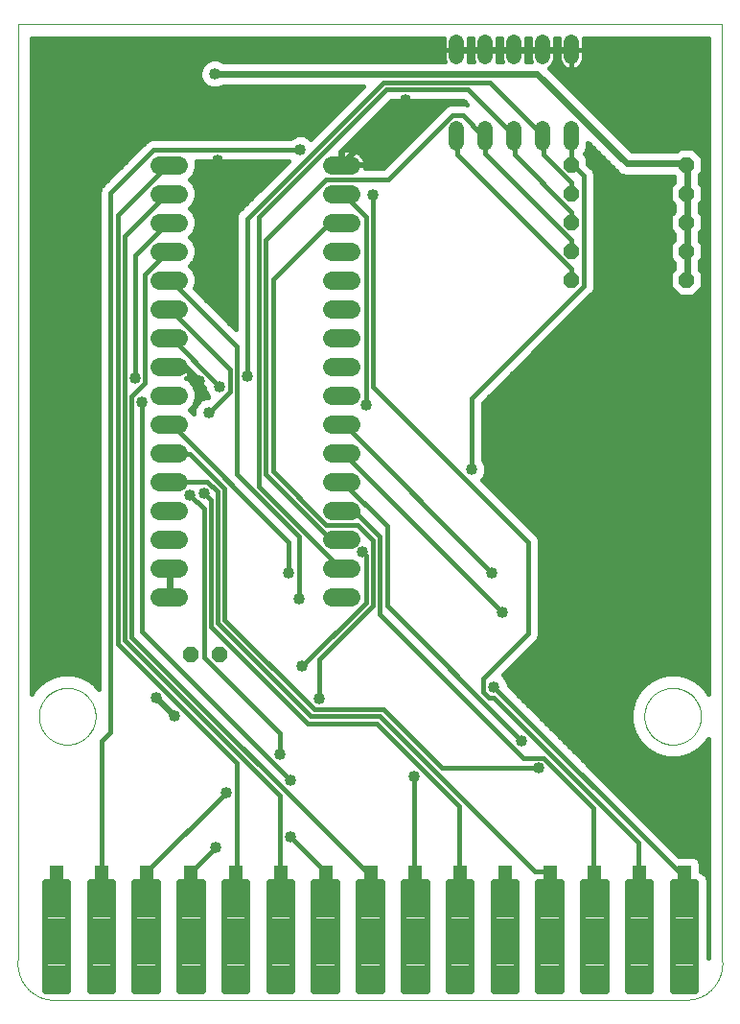
<source format=gtl>
G75*
%MOIN*%
%OFA0B0*%
%FSLAX25Y25*%
%IPPOS*%
%LPD*%
%AMOC8*
5,1,8,0,0,1.08239X$1,22.5*
%
%ADD10C,0.00000*%
%ADD11R,0.05000X0.05000*%
%ADD12C,0.02047*%
%ADD13C,0.06496*%
%ADD14OC8,0.05200*%
%ADD15C,0.05200*%
%ADD16C,0.01600*%
%ADD17C,0.04000*%
%ADD18C,0.02400*%
D10*
X0067595Y0047713D02*
X0067595Y0372634D01*
X0312516Y0372634D01*
X0312516Y0047713D01*
X0312517Y0047713D02*
X0312543Y0047410D01*
X0312563Y0047106D01*
X0312574Y0046802D01*
X0312579Y0046498D01*
X0312576Y0046194D01*
X0312566Y0045889D01*
X0312548Y0045586D01*
X0312524Y0045282D01*
X0312491Y0044980D01*
X0312452Y0044678D01*
X0312405Y0044377D01*
X0312351Y0044078D01*
X0312290Y0043780D01*
X0312221Y0043483D01*
X0312146Y0043189D01*
X0312063Y0042896D01*
X0311973Y0042605D01*
X0311877Y0042317D01*
X0311773Y0042030D01*
X0311663Y0041747D01*
X0311545Y0041466D01*
X0311421Y0041188D01*
X0311290Y0040914D01*
X0311153Y0040642D01*
X0311009Y0040374D01*
X0310859Y0040109D01*
X0310702Y0039849D01*
X0310539Y0039592D01*
X0310370Y0039339D01*
X0310195Y0039090D01*
X0310013Y0038845D01*
X0309826Y0038605D01*
X0309634Y0038370D01*
X0309435Y0038139D01*
X0309231Y0037913D01*
X0309022Y0037692D01*
X0308808Y0037477D01*
X0308588Y0037266D01*
X0308363Y0037061D01*
X0308133Y0036861D01*
X0307899Y0036667D01*
X0307660Y0036479D01*
X0307417Y0036296D01*
X0307169Y0036120D01*
X0306917Y0035949D01*
X0306661Y0035785D01*
X0306401Y0035627D01*
X0306137Y0035475D01*
X0305870Y0035330D01*
X0305599Y0035191D01*
X0305325Y0035058D01*
X0305048Y0034933D01*
X0304768Y0034814D01*
X0304485Y0034702D01*
X0304199Y0034596D01*
X0303911Y0034498D01*
X0303621Y0034407D01*
X0303329Y0034322D01*
X0303034Y0034245D01*
X0302738Y0034175D01*
X0302440Y0034112D01*
X0302141Y0034057D01*
X0301841Y0034008D01*
X0301539Y0033967D01*
X0301237Y0033933D01*
X0078875Y0033933D01*
X0078568Y0033968D01*
X0078262Y0034010D01*
X0077957Y0034059D01*
X0077653Y0034116D01*
X0077351Y0034180D01*
X0077050Y0034252D01*
X0076751Y0034331D01*
X0076455Y0034418D01*
X0076160Y0034512D01*
X0075868Y0034612D01*
X0075578Y0034720D01*
X0075292Y0034836D01*
X0075008Y0034958D01*
X0074727Y0035087D01*
X0074449Y0035223D01*
X0074175Y0035365D01*
X0073905Y0035515D01*
X0073638Y0035671D01*
X0073375Y0035833D01*
X0073116Y0036002D01*
X0072861Y0036177D01*
X0072611Y0036358D01*
X0072365Y0036546D01*
X0072124Y0036739D01*
X0071888Y0036939D01*
X0071657Y0037144D01*
X0071431Y0037354D01*
X0071210Y0037570D01*
X0070994Y0037792D01*
X0070784Y0038018D01*
X0070580Y0038250D01*
X0070381Y0038487D01*
X0070188Y0038729D01*
X0070002Y0038975D01*
X0069821Y0039225D01*
X0069646Y0039480D01*
X0069478Y0039740D01*
X0069316Y0040003D01*
X0069161Y0040270D01*
X0069012Y0040541D01*
X0068870Y0040816D01*
X0068735Y0041094D01*
X0068607Y0041375D01*
X0068485Y0041659D01*
X0068371Y0041946D01*
X0068264Y0042236D01*
X0068164Y0042528D01*
X0068071Y0042823D01*
X0067985Y0043120D01*
X0067907Y0043419D01*
X0067835Y0043720D01*
X0067772Y0044022D01*
X0067716Y0044326D01*
X0067667Y0044631D01*
X0067626Y0044937D01*
X0067592Y0045245D01*
X0067566Y0045553D01*
X0067547Y0045861D01*
X0067536Y0046170D01*
X0067533Y0046479D01*
X0067537Y0046788D01*
X0067549Y0047097D01*
X0067568Y0047405D01*
X0067595Y0047713D01*
X0074937Y0132358D02*
X0074940Y0132600D01*
X0074949Y0132841D01*
X0074964Y0133082D01*
X0074984Y0133323D01*
X0075011Y0133563D01*
X0075044Y0133802D01*
X0075082Y0134041D01*
X0075126Y0134278D01*
X0075176Y0134515D01*
X0075232Y0134750D01*
X0075294Y0134983D01*
X0075361Y0135215D01*
X0075434Y0135446D01*
X0075512Y0135674D01*
X0075597Y0135900D01*
X0075686Y0136125D01*
X0075781Y0136347D01*
X0075882Y0136566D01*
X0075988Y0136784D01*
X0076099Y0136998D01*
X0076216Y0137210D01*
X0076337Y0137418D01*
X0076464Y0137624D01*
X0076596Y0137826D01*
X0076733Y0138026D01*
X0076874Y0138221D01*
X0077020Y0138414D01*
X0077171Y0138602D01*
X0077327Y0138787D01*
X0077487Y0138968D01*
X0077651Y0139145D01*
X0077820Y0139318D01*
X0077993Y0139487D01*
X0078170Y0139651D01*
X0078351Y0139811D01*
X0078536Y0139967D01*
X0078724Y0140118D01*
X0078917Y0140264D01*
X0079112Y0140405D01*
X0079312Y0140542D01*
X0079514Y0140674D01*
X0079720Y0140801D01*
X0079928Y0140922D01*
X0080140Y0141039D01*
X0080354Y0141150D01*
X0080572Y0141256D01*
X0080791Y0141357D01*
X0081013Y0141452D01*
X0081238Y0141541D01*
X0081464Y0141626D01*
X0081692Y0141704D01*
X0081923Y0141777D01*
X0082155Y0141844D01*
X0082388Y0141906D01*
X0082623Y0141962D01*
X0082860Y0142012D01*
X0083097Y0142056D01*
X0083336Y0142094D01*
X0083575Y0142127D01*
X0083815Y0142154D01*
X0084056Y0142174D01*
X0084297Y0142189D01*
X0084538Y0142198D01*
X0084780Y0142201D01*
X0085022Y0142198D01*
X0085263Y0142189D01*
X0085504Y0142174D01*
X0085745Y0142154D01*
X0085985Y0142127D01*
X0086224Y0142094D01*
X0086463Y0142056D01*
X0086700Y0142012D01*
X0086937Y0141962D01*
X0087172Y0141906D01*
X0087405Y0141844D01*
X0087637Y0141777D01*
X0087868Y0141704D01*
X0088096Y0141626D01*
X0088322Y0141541D01*
X0088547Y0141452D01*
X0088769Y0141357D01*
X0088988Y0141256D01*
X0089206Y0141150D01*
X0089420Y0141039D01*
X0089632Y0140922D01*
X0089840Y0140801D01*
X0090046Y0140674D01*
X0090248Y0140542D01*
X0090448Y0140405D01*
X0090643Y0140264D01*
X0090836Y0140118D01*
X0091024Y0139967D01*
X0091209Y0139811D01*
X0091390Y0139651D01*
X0091567Y0139487D01*
X0091740Y0139318D01*
X0091909Y0139145D01*
X0092073Y0138968D01*
X0092233Y0138787D01*
X0092389Y0138602D01*
X0092540Y0138414D01*
X0092686Y0138221D01*
X0092827Y0138026D01*
X0092964Y0137826D01*
X0093096Y0137624D01*
X0093223Y0137418D01*
X0093344Y0137210D01*
X0093461Y0136998D01*
X0093572Y0136784D01*
X0093678Y0136566D01*
X0093779Y0136347D01*
X0093874Y0136125D01*
X0093963Y0135900D01*
X0094048Y0135674D01*
X0094126Y0135446D01*
X0094199Y0135215D01*
X0094266Y0134983D01*
X0094328Y0134750D01*
X0094384Y0134515D01*
X0094434Y0134278D01*
X0094478Y0134041D01*
X0094516Y0133802D01*
X0094549Y0133563D01*
X0094576Y0133323D01*
X0094596Y0133082D01*
X0094611Y0132841D01*
X0094620Y0132600D01*
X0094623Y0132358D01*
X0094620Y0132116D01*
X0094611Y0131875D01*
X0094596Y0131634D01*
X0094576Y0131393D01*
X0094549Y0131153D01*
X0094516Y0130914D01*
X0094478Y0130675D01*
X0094434Y0130438D01*
X0094384Y0130201D01*
X0094328Y0129966D01*
X0094266Y0129733D01*
X0094199Y0129501D01*
X0094126Y0129270D01*
X0094048Y0129042D01*
X0093963Y0128816D01*
X0093874Y0128591D01*
X0093779Y0128369D01*
X0093678Y0128150D01*
X0093572Y0127932D01*
X0093461Y0127718D01*
X0093344Y0127506D01*
X0093223Y0127298D01*
X0093096Y0127092D01*
X0092964Y0126890D01*
X0092827Y0126690D01*
X0092686Y0126495D01*
X0092540Y0126302D01*
X0092389Y0126114D01*
X0092233Y0125929D01*
X0092073Y0125748D01*
X0091909Y0125571D01*
X0091740Y0125398D01*
X0091567Y0125229D01*
X0091390Y0125065D01*
X0091209Y0124905D01*
X0091024Y0124749D01*
X0090836Y0124598D01*
X0090643Y0124452D01*
X0090448Y0124311D01*
X0090248Y0124174D01*
X0090046Y0124042D01*
X0089840Y0123915D01*
X0089632Y0123794D01*
X0089420Y0123677D01*
X0089206Y0123566D01*
X0088988Y0123460D01*
X0088769Y0123359D01*
X0088547Y0123264D01*
X0088322Y0123175D01*
X0088096Y0123090D01*
X0087868Y0123012D01*
X0087637Y0122939D01*
X0087405Y0122872D01*
X0087172Y0122810D01*
X0086937Y0122754D01*
X0086700Y0122704D01*
X0086463Y0122660D01*
X0086224Y0122622D01*
X0085985Y0122589D01*
X0085745Y0122562D01*
X0085504Y0122542D01*
X0085263Y0122527D01*
X0085022Y0122518D01*
X0084780Y0122515D01*
X0084538Y0122518D01*
X0084297Y0122527D01*
X0084056Y0122542D01*
X0083815Y0122562D01*
X0083575Y0122589D01*
X0083336Y0122622D01*
X0083097Y0122660D01*
X0082860Y0122704D01*
X0082623Y0122754D01*
X0082388Y0122810D01*
X0082155Y0122872D01*
X0081923Y0122939D01*
X0081692Y0123012D01*
X0081464Y0123090D01*
X0081238Y0123175D01*
X0081013Y0123264D01*
X0080791Y0123359D01*
X0080572Y0123460D01*
X0080354Y0123566D01*
X0080140Y0123677D01*
X0079928Y0123794D01*
X0079720Y0123915D01*
X0079514Y0124042D01*
X0079312Y0124174D01*
X0079112Y0124311D01*
X0078917Y0124452D01*
X0078724Y0124598D01*
X0078536Y0124749D01*
X0078351Y0124905D01*
X0078170Y0125065D01*
X0077993Y0125229D01*
X0077820Y0125398D01*
X0077651Y0125571D01*
X0077487Y0125748D01*
X0077327Y0125929D01*
X0077171Y0126114D01*
X0077020Y0126302D01*
X0076874Y0126495D01*
X0076733Y0126690D01*
X0076596Y0126890D01*
X0076464Y0127092D01*
X0076337Y0127298D01*
X0076216Y0127506D01*
X0076099Y0127718D01*
X0075988Y0127932D01*
X0075882Y0128150D01*
X0075781Y0128369D01*
X0075686Y0128591D01*
X0075597Y0128816D01*
X0075512Y0129042D01*
X0075434Y0129270D01*
X0075361Y0129501D01*
X0075294Y0129733D01*
X0075232Y0129966D01*
X0075176Y0130201D01*
X0075126Y0130438D01*
X0075082Y0130675D01*
X0075044Y0130914D01*
X0075011Y0131153D01*
X0074984Y0131393D01*
X0074964Y0131634D01*
X0074949Y0131875D01*
X0074940Y0132116D01*
X0074937Y0132358D01*
X0285488Y0132358D02*
X0285491Y0132600D01*
X0285500Y0132841D01*
X0285515Y0133082D01*
X0285535Y0133323D01*
X0285562Y0133563D01*
X0285595Y0133802D01*
X0285633Y0134041D01*
X0285677Y0134278D01*
X0285727Y0134515D01*
X0285783Y0134750D01*
X0285845Y0134983D01*
X0285912Y0135215D01*
X0285985Y0135446D01*
X0286063Y0135674D01*
X0286148Y0135900D01*
X0286237Y0136125D01*
X0286332Y0136347D01*
X0286433Y0136566D01*
X0286539Y0136784D01*
X0286650Y0136998D01*
X0286767Y0137210D01*
X0286888Y0137418D01*
X0287015Y0137624D01*
X0287147Y0137826D01*
X0287284Y0138026D01*
X0287425Y0138221D01*
X0287571Y0138414D01*
X0287722Y0138602D01*
X0287878Y0138787D01*
X0288038Y0138968D01*
X0288202Y0139145D01*
X0288371Y0139318D01*
X0288544Y0139487D01*
X0288721Y0139651D01*
X0288902Y0139811D01*
X0289087Y0139967D01*
X0289275Y0140118D01*
X0289468Y0140264D01*
X0289663Y0140405D01*
X0289863Y0140542D01*
X0290065Y0140674D01*
X0290271Y0140801D01*
X0290479Y0140922D01*
X0290691Y0141039D01*
X0290905Y0141150D01*
X0291123Y0141256D01*
X0291342Y0141357D01*
X0291564Y0141452D01*
X0291789Y0141541D01*
X0292015Y0141626D01*
X0292243Y0141704D01*
X0292474Y0141777D01*
X0292706Y0141844D01*
X0292939Y0141906D01*
X0293174Y0141962D01*
X0293411Y0142012D01*
X0293648Y0142056D01*
X0293887Y0142094D01*
X0294126Y0142127D01*
X0294366Y0142154D01*
X0294607Y0142174D01*
X0294848Y0142189D01*
X0295089Y0142198D01*
X0295331Y0142201D01*
X0295573Y0142198D01*
X0295814Y0142189D01*
X0296055Y0142174D01*
X0296296Y0142154D01*
X0296536Y0142127D01*
X0296775Y0142094D01*
X0297014Y0142056D01*
X0297251Y0142012D01*
X0297488Y0141962D01*
X0297723Y0141906D01*
X0297956Y0141844D01*
X0298188Y0141777D01*
X0298419Y0141704D01*
X0298647Y0141626D01*
X0298873Y0141541D01*
X0299098Y0141452D01*
X0299320Y0141357D01*
X0299539Y0141256D01*
X0299757Y0141150D01*
X0299971Y0141039D01*
X0300183Y0140922D01*
X0300391Y0140801D01*
X0300597Y0140674D01*
X0300799Y0140542D01*
X0300999Y0140405D01*
X0301194Y0140264D01*
X0301387Y0140118D01*
X0301575Y0139967D01*
X0301760Y0139811D01*
X0301941Y0139651D01*
X0302118Y0139487D01*
X0302291Y0139318D01*
X0302460Y0139145D01*
X0302624Y0138968D01*
X0302784Y0138787D01*
X0302940Y0138602D01*
X0303091Y0138414D01*
X0303237Y0138221D01*
X0303378Y0138026D01*
X0303515Y0137826D01*
X0303647Y0137624D01*
X0303774Y0137418D01*
X0303895Y0137210D01*
X0304012Y0136998D01*
X0304123Y0136784D01*
X0304229Y0136566D01*
X0304330Y0136347D01*
X0304425Y0136125D01*
X0304514Y0135900D01*
X0304599Y0135674D01*
X0304677Y0135446D01*
X0304750Y0135215D01*
X0304817Y0134983D01*
X0304879Y0134750D01*
X0304935Y0134515D01*
X0304985Y0134278D01*
X0305029Y0134041D01*
X0305067Y0133802D01*
X0305100Y0133563D01*
X0305127Y0133323D01*
X0305147Y0133082D01*
X0305162Y0132841D01*
X0305171Y0132600D01*
X0305174Y0132358D01*
X0305171Y0132116D01*
X0305162Y0131875D01*
X0305147Y0131634D01*
X0305127Y0131393D01*
X0305100Y0131153D01*
X0305067Y0130914D01*
X0305029Y0130675D01*
X0304985Y0130438D01*
X0304935Y0130201D01*
X0304879Y0129966D01*
X0304817Y0129733D01*
X0304750Y0129501D01*
X0304677Y0129270D01*
X0304599Y0129042D01*
X0304514Y0128816D01*
X0304425Y0128591D01*
X0304330Y0128369D01*
X0304229Y0128150D01*
X0304123Y0127932D01*
X0304012Y0127718D01*
X0303895Y0127506D01*
X0303774Y0127298D01*
X0303647Y0127092D01*
X0303515Y0126890D01*
X0303378Y0126690D01*
X0303237Y0126495D01*
X0303091Y0126302D01*
X0302940Y0126114D01*
X0302784Y0125929D01*
X0302624Y0125748D01*
X0302460Y0125571D01*
X0302291Y0125398D01*
X0302118Y0125229D01*
X0301941Y0125065D01*
X0301760Y0124905D01*
X0301575Y0124749D01*
X0301387Y0124598D01*
X0301194Y0124452D01*
X0300999Y0124311D01*
X0300799Y0124174D01*
X0300597Y0124042D01*
X0300391Y0123915D01*
X0300183Y0123794D01*
X0299971Y0123677D01*
X0299757Y0123566D01*
X0299539Y0123460D01*
X0299320Y0123359D01*
X0299098Y0123264D01*
X0298873Y0123175D01*
X0298647Y0123090D01*
X0298419Y0123012D01*
X0298188Y0122939D01*
X0297956Y0122872D01*
X0297723Y0122810D01*
X0297488Y0122754D01*
X0297251Y0122704D01*
X0297014Y0122660D01*
X0296775Y0122622D01*
X0296536Y0122589D01*
X0296296Y0122562D01*
X0296055Y0122542D01*
X0295814Y0122527D01*
X0295573Y0122518D01*
X0295331Y0122515D01*
X0295089Y0122518D01*
X0294848Y0122527D01*
X0294607Y0122542D01*
X0294366Y0122562D01*
X0294126Y0122589D01*
X0293887Y0122622D01*
X0293648Y0122660D01*
X0293411Y0122704D01*
X0293174Y0122754D01*
X0292939Y0122810D01*
X0292706Y0122872D01*
X0292474Y0122939D01*
X0292243Y0123012D01*
X0292015Y0123090D01*
X0291789Y0123175D01*
X0291564Y0123264D01*
X0291342Y0123359D01*
X0291123Y0123460D01*
X0290905Y0123566D01*
X0290691Y0123677D01*
X0290479Y0123794D01*
X0290271Y0123915D01*
X0290065Y0124042D01*
X0289863Y0124174D01*
X0289663Y0124311D01*
X0289468Y0124452D01*
X0289275Y0124598D01*
X0289087Y0124749D01*
X0288902Y0124905D01*
X0288721Y0125065D01*
X0288544Y0125229D01*
X0288371Y0125398D01*
X0288202Y0125571D01*
X0288038Y0125748D01*
X0287878Y0125929D01*
X0287722Y0126114D01*
X0287571Y0126302D01*
X0287425Y0126495D01*
X0287284Y0126690D01*
X0287147Y0126890D01*
X0287015Y0127092D01*
X0286888Y0127298D01*
X0286767Y0127506D01*
X0286650Y0127718D01*
X0286539Y0127932D01*
X0286433Y0128150D01*
X0286332Y0128369D01*
X0286237Y0128591D01*
X0286148Y0128816D01*
X0286063Y0129042D01*
X0285985Y0129270D01*
X0285912Y0129501D01*
X0285845Y0129733D01*
X0285783Y0129966D01*
X0285727Y0130201D01*
X0285677Y0130438D01*
X0285633Y0130675D01*
X0285595Y0130914D01*
X0285562Y0131153D01*
X0285535Y0131393D01*
X0285515Y0131634D01*
X0285500Y0131875D01*
X0285491Y0132116D01*
X0285488Y0132358D01*
D11*
X0283786Y0078211D03*
X0283786Y0078211D03*
X0283786Y0078211D03*
X0299376Y0078211D03*
X0299376Y0078211D03*
X0299376Y0078211D03*
X0268195Y0078211D03*
X0268195Y0078211D03*
X0268195Y0078211D03*
X0252605Y0078211D03*
X0252605Y0078211D03*
X0252605Y0078211D03*
X0237014Y0078211D03*
X0237014Y0078211D03*
X0237014Y0078211D03*
X0221424Y0078211D03*
X0221424Y0078211D03*
X0221424Y0078211D03*
X0205833Y0078211D03*
X0205833Y0078211D03*
X0205833Y0078211D03*
X0190243Y0078211D03*
X0190243Y0078211D03*
X0190243Y0078211D03*
X0174652Y0078211D03*
X0174652Y0078211D03*
X0174652Y0078211D03*
X0159061Y0078211D03*
X0159061Y0078211D03*
X0159061Y0078211D03*
X0143471Y0078211D03*
X0143471Y0078211D03*
X0143471Y0078211D03*
X0127880Y0078211D03*
X0127880Y0078211D03*
X0127880Y0078211D03*
X0112290Y0078211D03*
X0112290Y0078211D03*
X0112290Y0078211D03*
X0096699Y0078211D03*
X0096699Y0078211D03*
X0096699Y0078211D03*
X0081109Y0078211D03*
X0081109Y0078211D03*
X0081109Y0078211D03*
D12*
X0077014Y0074688D02*
X0077014Y0036734D01*
X0077014Y0074688D02*
X0085204Y0074688D01*
X0085204Y0036734D01*
X0077014Y0036734D01*
X0077014Y0038780D02*
X0085204Y0038780D01*
X0085204Y0040826D02*
X0077014Y0040826D01*
X0077014Y0042872D02*
X0085204Y0042872D01*
X0085204Y0044918D02*
X0077014Y0044918D01*
X0077014Y0046964D02*
X0085204Y0046964D01*
X0085204Y0049010D02*
X0077014Y0049010D01*
X0077014Y0051056D02*
X0085204Y0051056D01*
X0085204Y0053102D02*
X0077014Y0053102D01*
X0077014Y0055148D02*
X0085204Y0055148D01*
X0085204Y0057194D02*
X0077014Y0057194D01*
X0077014Y0059240D02*
X0085204Y0059240D01*
X0085204Y0061286D02*
X0077014Y0061286D01*
X0077014Y0063332D02*
X0085204Y0063332D01*
X0085204Y0065378D02*
X0077014Y0065378D01*
X0077014Y0067424D02*
X0085204Y0067424D01*
X0085204Y0069470D02*
X0077014Y0069470D01*
X0077014Y0071516D02*
X0085204Y0071516D01*
X0085204Y0073562D02*
X0077014Y0073562D01*
X0077014Y0074688D02*
X0077014Y0036734D01*
X0077014Y0074688D02*
X0085204Y0074688D01*
X0085204Y0036734D01*
X0077014Y0036734D01*
X0077014Y0038780D02*
X0085204Y0038780D01*
X0085204Y0040826D02*
X0077014Y0040826D01*
X0077014Y0042872D02*
X0085204Y0042872D01*
X0085204Y0044918D02*
X0077014Y0044918D01*
X0077014Y0046964D02*
X0085204Y0046964D01*
X0085204Y0049010D02*
X0077014Y0049010D01*
X0077014Y0051056D02*
X0085204Y0051056D01*
X0085204Y0053102D02*
X0077014Y0053102D01*
X0077014Y0055148D02*
X0085204Y0055148D01*
X0085204Y0057194D02*
X0077014Y0057194D01*
X0077014Y0059240D02*
X0085204Y0059240D01*
X0085204Y0061286D02*
X0077014Y0061286D01*
X0077014Y0063332D02*
X0085204Y0063332D01*
X0085204Y0065378D02*
X0077014Y0065378D01*
X0077014Y0067424D02*
X0085204Y0067424D01*
X0085204Y0069470D02*
X0077014Y0069470D01*
X0077014Y0071516D02*
X0085204Y0071516D01*
X0085204Y0073562D02*
X0077014Y0073562D01*
X0077014Y0074688D02*
X0077014Y0036734D01*
X0077014Y0074688D02*
X0085204Y0074688D01*
X0085204Y0036734D01*
X0077014Y0036734D01*
X0077014Y0038780D02*
X0085204Y0038780D01*
X0085204Y0040826D02*
X0077014Y0040826D01*
X0077014Y0042872D02*
X0085204Y0042872D01*
X0085204Y0044918D02*
X0077014Y0044918D01*
X0077014Y0046964D02*
X0085204Y0046964D01*
X0085204Y0049010D02*
X0077014Y0049010D01*
X0077014Y0051056D02*
X0085204Y0051056D01*
X0085204Y0053102D02*
X0077014Y0053102D01*
X0077014Y0055148D02*
X0085204Y0055148D01*
X0085204Y0057194D02*
X0077014Y0057194D01*
X0077014Y0059240D02*
X0085204Y0059240D01*
X0085204Y0061286D02*
X0077014Y0061286D01*
X0077014Y0063332D02*
X0085204Y0063332D01*
X0085204Y0065378D02*
X0077014Y0065378D01*
X0077014Y0067424D02*
X0085204Y0067424D01*
X0085204Y0069470D02*
X0077014Y0069470D01*
X0077014Y0071516D02*
X0085204Y0071516D01*
X0085204Y0073562D02*
X0077014Y0073562D01*
X0092604Y0074688D02*
X0092604Y0036734D01*
X0092604Y0074688D02*
X0100794Y0074688D01*
X0100794Y0036734D01*
X0092604Y0036734D01*
X0092604Y0038780D02*
X0100794Y0038780D01*
X0100794Y0040826D02*
X0092604Y0040826D01*
X0092604Y0042872D02*
X0100794Y0042872D01*
X0100794Y0044918D02*
X0092604Y0044918D01*
X0092604Y0046964D02*
X0100794Y0046964D01*
X0100794Y0049010D02*
X0092604Y0049010D01*
X0092604Y0051056D02*
X0100794Y0051056D01*
X0100794Y0053102D02*
X0092604Y0053102D01*
X0092604Y0055148D02*
X0100794Y0055148D01*
X0100794Y0057194D02*
X0092604Y0057194D01*
X0092604Y0059240D02*
X0100794Y0059240D01*
X0100794Y0061286D02*
X0092604Y0061286D01*
X0092604Y0063332D02*
X0100794Y0063332D01*
X0100794Y0065378D02*
X0092604Y0065378D01*
X0092604Y0067424D02*
X0100794Y0067424D01*
X0100794Y0069470D02*
X0092604Y0069470D01*
X0092604Y0071516D02*
X0100794Y0071516D01*
X0100794Y0073562D02*
X0092604Y0073562D01*
X0092604Y0074688D02*
X0092604Y0036734D01*
X0092604Y0074688D02*
X0100794Y0074688D01*
X0100794Y0036734D01*
X0092604Y0036734D01*
X0092604Y0038780D02*
X0100794Y0038780D01*
X0100794Y0040826D02*
X0092604Y0040826D01*
X0092604Y0042872D02*
X0100794Y0042872D01*
X0100794Y0044918D02*
X0092604Y0044918D01*
X0092604Y0046964D02*
X0100794Y0046964D01*
X0100794Y0049010D02*
X0092604Y0049010D01*
X0092604Y0051056D02*
X0100794Y0051056D01*
X0100794Y0053102D02*
X0092604Y0053102D01*
X0092604Y0055148D02*
X0100794Y0055148D01*
X0100794Y0057194D02*
X0092604Y0057194D01*
X0092604Y0059240D02*
X0100794Y0059240D01*
X0100794Y0061286D02*
X0092604Y0061286D01*
X0092604Y0063332D02*
X0100794Y0063332D01*
X0100794Y0065378D02*
X0092604Y0065378D01*
X0092604Y0067424D02*
X0100794Y0067424D01*
X0100794Y0069470D02*
X0092604Y0069470D01*
X0092604Y0071516D02*
X0100794Y0071516D01*
X0100794Y0073562D02*
X0092604Y0073562D01*
X0092604Y0074688D02*
X0092604Y0036734D01*
X0092604Y0074688D02*
X0100794Y0074688D01*
X0100794Y0036734D01*
X0092604Y0036734D01*
X0092604Y0038780D02*
X0100794Y0038780D01*
X0100794Y0040826D02*
X0092604Y0040826D01*
X0092604Y0042872D02*
X0100794Y0042872D01*
X0100794Y0044918D02*
X0092604Y0044918D01*
X0092604Y0046964D02*
X0100794Y0046964D01*
X0100794Y0049010D02*
X0092604Y0049010D01*
X0092604Y0051056D02*
X0100794Y0051056D01*
X0100794Y0053102D02*
X0092604Y0053102D01*
X0092604Y0055148D02*
X0100794Y0055148D01*
X0100794Y0057194D02*
X0092604Y0057194D01*
X0092604Y0059240D02*
X0100794Y0059240D01*
X0100794Y0061286D02*
X0092604Y0061286D01*
X0092604Y0063332D02*
X0100794Y0063332D01*
X0100794Y0065378D02*
X0092604Y0065378D01*
X0092604Y0067424D02*
X0100794Y0067424D01*
X0100794Y0069470D02*
X0092604Y0069470D01*
X0092604Y0071516D02*
X0100794Y0071516D01*
X0100794Y0073562D02*
X0092604Y0073562D01*
X0108195Y0074688D02*
X0108195Y0036734D01*
X0108195Y0074688D02*
X0116385Y0074688D01*
X0116385Y0036734D01*
X0108195Y0036734D01*
X0108195Y0038780D02*
X0116385Y0038780D01*
X0116385Y0040826D02*
X0108195Y0040826D01*
X0108195Y0042872D02*
X0116385Y0042872D01*
X0116385Y0044918D02*
X0108195Y0044918D01*
X0108195Y0046964D02*
X0116385Y0046964D01*
X0116385Y0049010D02*
X0108195Y0049010D01*
X0108195Y0051056D02*
X0116385Y0051056D01*
X0116385Y0053102D02*
X0108195Y0053102D01*
X0108195Y0055148D02*
X0116385Y0055148D01*
X0116385Y0057194D02*
X0108195Y0057194D01*
X0108195Y0059240D02*
X0116385Y0059240D01*
X0116385Y0061286D02*
X0108195Y0061286D01*
X0108195Y0063332D02*
X0116385Y0063332D01*
X0116385Y0065378D02*
X0108195Y0065378D01*
X0108195Y0067424D02*
X0116385Y0067424D01*
X0116385Y0069470D02*
X0108195Y0069470D01*
X0108195Y0071516D02*
X0116385Y0071516D01*
X0116385Y0073562D02*
X0108195Y0073562D01*
X0108195Y0074688D02*
X0108195Y0036734D01*
X0108195Y0074688D02*
X0116385Y0074688D01*
X0116385Y0036734D01*
X0108195Y0036734D01*
X0108195Y0038780D02*
X0116385Y0038780D01*
X0116385Y0040826D02*
X0108195Y0040826D01*
X0108195Y0042872D02*
X0116385Y0042872D01*
X0116385Y0044918D02*
X0108195Y0044918D01*
X0108195Y0046964D02*
X0116385Y0046964D01*
X0116385Y0049010D02*
X0108195Y0049010D01*
X0108195Y0051056D02*
X0116385Y0051056D01*
X0116385Y0053102D02*
X0108195Y0053102D01*
X0108195Y0055148D02*
X0116385Y0055148D01*
X0116385Y0057194D02*
X0108195Y0057194D01*
X0108195Y0059240D02*
X0116385Y0059240D01*
X0116385Y0061286D02*
X0108195Y0061286D01*
X0108195Y0063332D02*
X0116385Y0063332D01*
X0116385Y0065378D02*
X0108195Y0065378D01*
X0108195Y0067424D02*
X0116385Y0067424D01*
X0116385Y0069470D02*
X0108195Y0069470D01*
X0108195Y0071516D02*
X0116385Y0071516D01*
X0116385Y0073562D02*
X0108195Y0073562D01*
X0108195Y0074688D02*
X0108195Y0036734D01*
X0108195Y0074688D02*
X0116385Y0074688D01*
X0116385Y0036734D01*
X0108195Y0036734D01*
X0108195Y0038780D02*
X0116385Y0038780D01*
X0116385Y0040826D02*
X0108195Y0040826D01*
X0108195Y0042872D02*
X0116385Y0042872D01*
X0116385Y0044918D02*
X0108195Y0044918D01*
X0108195Y0046964D02*
X0116385Y0046964D01*
X0116385Y0049010D02*
X0108195Y0049010D01*
X0108195Y0051056D02*
X0116385Y0051056D01*
X0116385Y0053102D02*
X0108195Y0053102D01*
X0108195Y0055148D02*
X0116385Y0055148D01*
X0116385Y0057194D02*
X0108195Y0057194D01*
X0108195Y0059240D02*
X0116385Y0059240D01*
X0116385Y0061286D02*
X0108195Y0061286D01*
X0108195Y0063332D02*
X0116385Y0063332D01*
X0116385Y0065378D02*
X0108195Y0065378D01*
X0108195Y0067424D02*
X0116385Y0067424D01*
X0116385Y0069470D02*
X0108195Y0069470D01*
X0108195Y0071516D02*
X0116385Y0071516D01*
X0116385Y0073562D02*
X0108195Y0073562D01*
X0123785Y0074688D02*
X0123785Y0036734D01*
X0123785Y0074688D02*
X0131975Y0074688D01*
X0131975Y0036734D01*
X0123785Y0036734D01*
X0123785Y0038780D02*
X0131975Y0038780D01*
X0131975Y0040826D02*
X0123785Y0040826D01*
X0123785Y0042872D02*
X0131975Y0042872D01*
X0131975Y0044918D02*
X0123785Y0044918D01*
X0123785Y0046964D02*
X0131975Y0046964D01*
X0131975Y0049010D02*
X0123785Y0049010D01*
X0123785Y0051056D02*
X0131975Y0051056D01*
X0131975Y0053102D02*
X0123785Y0053102D01*
X0123785Y0055148D02*
X0131975Y0055148D01*
X0131975Y0057194D02*
X0123785Y0057194D01*
X0123785Y0059240D02*
X0131975Y0059240D01*
X0131975Y0061286D02*
X0123785Y0061286D01*
X0123785Y0063332D02*
X0131975Y0063332D01*
X0131975Y0065378D02*
X0123785Y0065378D01*
X0123785Y0067424D02*
X0131975Y0067424D01*
X0131975Y0069470D02*
X0123785Y0069470D01*
X0123785Y0071516D02*
X0131975Y0071516D01*
X0131975Y0073562D02*
X0123785Y0073562D01*
X0123785Y0074688D02*
X0123785Y0036734D01*
X0123785Y0074688D02*
X0131975Y0074688D01*
X0131975Y0036734D01*
X0123785Y0036734D01*
X0123785Y0038780D02*
X0131975Y0038780D01*
X0131975Y0040826D02*
X0123785Y0040826D01*
X0123785Y0042872D02*
X0131975Y0042872D01*
X0131975Y0044918D02*
X0123785Y0044918D01*
X0123785Y0046964D02*
X0131975Y0046964D01*
X0131975Y0049010D02*
X0123785Y0049010D01*
X0123785Y0051056D02*
X0131975Y0051056D01*
X0131975Y0053102D02*
X0123785Y0053102D01*
X0123785Y0055148D02*
X0131975Y0055148D01*
X0131975Y0057194D02*
X0123785Y0057194D01*
X0123785Y0059240D02*
X0131975Y0059240D01*
X0131975Y0061286D02*
X0123785Y0061286D01*
X0123785Y0063332D02*
X0131975Y0063332D01*
X0131975Y0065378D02*
X0123785Y0065378D01*
X0123785Y0067424D02*
X0131975Y0067424D01*
X0131975Y0069470D02*
X0123785Y0069470D01*
X0123785Y0071516D02*
X0131975Y0071516D01*
X0131975Y0073562D02*
X0123785Y0073562D01*
X0123785Y0074688D02*
X0123785Y0036734D01*
X0123785Y0074688D02*
X0131975Y0074688D01*
X0131975Y0036734D01*
X0123785Y0036734D01*
X0123785Y0038780D02*
X0131975Y0038780D01*
X0131975Y0040826D02*
X0123785Y0040826D01*
X0123785Y0042872D02*
X0131975Y0042872D01*
X0131975Y0044918D02*
X0123785Y0044918D01*
X0123785Y0046964D02*
X0131975Y0046964D01*
X0131975Y0049010D02*
X0123785Y0049010D01*
X0123785Y0051056D02*
X0131975Y0051056D01*
X0131975Y0053102D02*
X0123785Y0053102D01*
X0123785Y0055148D02*
X0131975Y0055148D01*
X0131975Y0057194D02*
X0123785Y0057194D01*
X0123785Y0059240D02*
X0131975Y0059240D01*
X0131975Y0061286D02*
X0123785Y0061286D01*
X0123785Y0063332D02*
X0131975Y0063332D01*
X0131975Y0065378D02*
X0123785Y0065378D01*
X0123785Y0067424D02*
X0131975Y0067424D01*
X0131975Y0069470D02*
X0123785Y0069470D01*
X0123785Y0071516D02*
X0131975Y0071516D01*
X0131975Y0073562D02*
X0123785Y0073562D01*
X0139376Y0074688D02*
X0139376Y0036734D01*
X0139376Y0074688D02*
X0147566Y0074688D01*
X0147566Y0036734D01*
X0139376Y0036734D01*
X0139376Y0038780D02*
X0147566Y0038780D01*
X0147566Y0040826D02*
X0139376Y0040826D01*
X0139376Y0042872D02*
X0147566Y0042872D01*
X0147566Y0044918D02*
X0139376Y0044918D01*
X0139376Y0046964D02*
X0147566Y0046964D01*
X0147566Y0049010D02*
X0139376Y0049010D01*
X0139376Y0051056D02*
X0147566Y0051056D01*
X0147566Y0053102D02*
X0139376Y0053102D01*
X0139376Y0055148D02*
X0147566Y0055148D01*
X0147566Y0057194D02*
X0139376Y0057194D01*
X0139376Y0059240D02*
X0147566Y0059240D01*
X0147566Y0061286D02*
X0139376Y0061286D01*
X0139376Y0063332D02*
X0147566Y0063332D01*
X0147566Y0065378D02*
X0139376Y0065378D01*
X0139376Y0067424D02*
X0147566Y0067424D01*
X0147566Y0069470D02*
X0139376Y0069470D01*
X0139376Y0071516D02*
X0147566Y0071516D01*
X0147566Y0073562D02*
X0139376Y0073562D01*
X0139376Y0074688D02*
X0139376Y0036734D01*
X0139376Y0074688D02*
X0147566Y0074688D01*
X0147566Y0036734D01*
X0139376Y0036734D01*
X0139376Y0038780D02*
X0147566Y0038780D01*
X0147566Y0040826D02*
X0139376Y0040826D01*
X0139376Y0042872D02*
X0147566Y0042872D01*
X0147566Y0044918D02*
X0139376Y0044918D01*
X0139376Y0046964D02*
X0147566Y0046964D01*
X0147566Y0049010D02*
X0139376Y0049010D01*
X0139376Y0051056D02*
X0147566Y0051056D01*
X0147566Y0053102D02*
X0139376Y0053102D01*
X0139376Y0055148D02*
X0147566Y0055148D01*
X0147566Y0057194D02*
X0139376Y0057194D01*
X0139376Y0059240D02*
X0147566Y0059240D01*
X0147566Y0061286D02*
X0139376Y0061286D01*
X0139376Y0063332D02*
X0147566Y0063332D01*
X0147566Y0065378D02*
X0139376Y0065378D01*
X0139376Y0067424D02*
X0147566Y0067424D01*
X0147566Y0069470D02*
X0139376Y0069470D01*
X0139376Y0071516D02*
X0147566Y0071516D01*
X0147566Y0073562D02*
X0139376Y0073562D01*
X0139376Y0074688D02*
X0139376Y0036734D01*
X0139376Y0074688D02*
X0147566Y0074688D01*
X0147566Y0036734D01*
X0139376Y0036734D01*
X0139376Y0038780D02*
X0147566Y0038780D01*
X0147566Y0040826D02*
X0139376Y0040826D01*
X0139376Y0042872D02*
X0147566Y0042872D01*
X0147566Y0044918D02*
X0139376Y0044918D01*
X0139376Y0046964D02*
X0147566Y0046964D01*
X0147566Y0049010D02*
X0139376Y0049010D01*
X0139376Y0051056D02*
X0147566Y0051056D01*
X0147566Y0053102D02*
X0139376Y0053102D01*
X0139376Y0055148D02*
X0147566Y0055148D01*
X0147566Y0057194D02*
X0139376Y0057194D01*
X0139376Y0059240D02*
X0147566Y0059240D01*
X0147566Y0061286D02*
X0139376Y0061286D01*
X0139376Y0063332D02*
X0147566Y0063332D01*
X0147566Y0065378D02*
X0139376Y0065378D01*
X0139376Y0067424D02*
X0147566Y0067424D01*
X0147566Y0069470D02*
X0139376Y0069470D01*
X0139376Y0071516D02*
X0147566Y0071516D01*
X0147566Y0073562D02*
X0139376Y0073562D01*
X0154966Y0074688D02*
X0154966Y0036734D01*
X0154966Y0074688D02*
X0163156Y0074688D01*
X0163156Y0036734D01*
X0154966Y0036734D01*
X0154966Y0038780D02*
X0163156Y0038780D01*
X0163156Y0040826D02*
X0154966Y0040826D01*
X0154966Y0042872D02*
X0163156Y0042872D01*
X0163156Y0044918D02*
X0154966Y0044918D01*
X0154966Y0046964D02*
X0163156Y0046964D01*
X0163156Y0049010D02*
X0154966Y0049010D01*
X0154966Y0051056D02*
X0163156Y0051056D01*
X0163156Y0053102D02*
X0154966Y0053102D01*
X0154966Y0055148D02*
X0163156Y0055148D01*
X0163156Y0057194D02*
X0154966Y0057194D01*
X0154966Y0059240D02*
X0163156Y0059240D01*
X0163156Y0061286D02*
X0154966Y0061286D01*
X0154966Y0063332D02*
X0163156Y0063332D01*
X0163156Y0065378D02*
X0154966Y0065378D01*
X0154966Y0067424D02*
X0163156Y0067424D01*
X0163156Y0069470D02*
X0154966Y0069470D01*
X0154966Y0071516D02*
X0163156Y0071516D01*
X0163156Y0073562D02*
X0154966Y0073562D01*
X0154966Y0074688D02*
X0154966Y0036734D01*
X0154966Y0074688D02*
X0163156Y0074688D01*
X0163156Y0036734D01*
X0154966Y0036734D01*
X0154966Y0038780D02*
X0163156Y0038780D01*
X0163156Y0040826D02*
X0154966Y0040826D01*
X0154966Y0042872D02*
X0163156Y0042872D01*
X0163156Y0044918D02*
X0154966Y0044918D01*
X0154966Y0046964D02*
X0163156Y0046964D01*
X0163156Y0049010D02*
X0154966Y0049010D01*
X0154966Y0051056D02*
X0163156Y0051056D01*
X0163156Y0053102D02*
X0154966Y0053102D01*
X0154966Y0055148D02*
X0163156Y0055148D01*
X0163156Y0057194D02*
X0154966Y0057194D01*
X0154966Y0059240D02*
X0163156Y0059240D01*
X0163156Y0061286D02*
X0154966Y0061286D01*
X0154966Y0063332D02*
X0163156Y0063332D01*
X0163156Y0065378D02*
X0154966Y0065378D01*
X0154966Y0067424D02*
X0163156Y0067424D01*
X0163156Y0069470D02*
X0154966Y0069470D01*
X0154966Y0071516D02*
X0163156Y0071516D01*
X0163156Y0073562D02*
X0154966Y0073562D01*
X0154966Y0074688D02*
X0154966Y0036734D01*
X0154966Y0074688D02*
X0163156Y0074688D01*
X0163156Y0036734D01*
X0154966Y0036734D01*
X0154966Y0038780D02*
X0163156Y0038780D01*
X0163156Y0040826D02*
X0154966Y0040826D01*
X0154966Y0042872D02*
X0163156Y0042872D01*
X0163156Y0044918D02*
X0154966Y0044918D01*
X0154966Y0046964D02*
X0163156Y0046964D01*
X0163156Y0049010D02*
X0154966Y0049010D01*
X0154966Y0051056D02*
X0163156Y0051056D01*
X0163156Y0053102D02*
X0154966Y0053102D01*
X0154966Y0055148D02*
X0163156Y0055148D01*
X0163156Y0057194D02*
X0154966Y0057194D01*
X0154966Y0059240D02*
X0163156Y0059240D01*
X0163156Y0061286D02*
X0154966Y0061286D01*
X0154966Y0063332D02*
X0163156Y0063332D01*
X0163156Y0065378D02*
X0154966Y0065378D01*
X0154966Y0067424D02*
X0163156Y0067424D01*
X0163156Y0069470D02*
X0154966Y0069470D01*
X0154966Y0071516D02*
X0163156Y0071516D01*
X0163156Y0073562D02*
X0154966Y0073562D01*
X0170557Y0074688D02*
X0170557Y0036734D01*
X0170557Y0074688D02*
X0178747Y0074688D01*
X0178747Y0036734D01*
X0170557Y0036734D01*
X0170557Y0038780D02*
X0178747Y0038780D01*
X0178747Y0040826D02*
X0170557Y0040826D01*
X0170557Y0042872D02*
X0178747Y0042872D01*
X0178747Y0044918D02*
X0170557Y0044918D01*
X0170557Y0046964D02*
X0178747Y0046964D01*
X0178747Y0049010D02*
X0170557Y0049010D01*
X0170557Y0051056D02*
X0178747Y0051056D01*
X0178747Y0053102D02*
X0170557Y0053102D01*
X0170557Y0055148D02*
X0178747Y0055148D01*
X0178747Y0057194D02*
X0170557Y0057194D01*
X0170557Y0059240D02*
X0178747Y0059240D01*
X0178747Y0061286D02*
X0170557Y0061286D01*
X0170557Y0063332D02*
X0178747Y0063332D01*
X0178747Y0065378D02*
X0170557Y0065378D01*
X0170557Y0067424D02*
X0178747Y0067424D01*
X0178747Y0069470D02*
X0170557Y0069470D01*
X0170557Y0071516D02*
X0178747Y0071516D01*
X0178747Y0073562D02*
X0170557Y0073562D01*
X0170557Y0074688D02*
X0170557Y0036734D01*
X0170557Y0074688D02*
X0178747Y0074688D01*
X0178747Y0036734D01*
X0170557Y0036734D01*
X0170557Y0038780D02*
X0178747Y0038780D01*
X0178747Y0040826D02*
X0170557Y0040826D01*
X0170557Y0042872D02*
X0178747Y0042872D01*
X0178747Y0044918D02*
X0170557Y0044918D01*
X0170557Y0046964D02*
X0178747Y0046964D01*
X0178747Y0049010D02*
X0170557Y0049010D01*
X0170557Y0051056D02*
X0178747Y0051056D01*
X0178747Y0053102D02*
X0170557Y0053102D01*
X0170557Y0055148D02*
X0178747Y0055148D01*
X0178747Y0057194D02*
X0170557Y0057194D01*
X0170557Y0059240D02*
X0178747Y0059240D01*
X0178747Y0061286D02*
X0170557Y0061286D01*
X0170557Y0063332D02*
X0178747Y0063332D01*
X0178747Y0065378D02*
X0170557Y0065378D01*
X0170557Y0067424D02*
X0178747Y0067424D01*
X0178747Y0069470D02*
X0170557Y0069470D01*
X0170557Y0071516D02*
X0178747Y0071516D01*
X0178747Y0073562D02*
X0170557Y0073562D01*
X0170557Y0074688D02*
X0170557Y0036734D01*
X0170557Y0074688D02*
X0178747Y0074688D01*
X0178747Y0036734D01*
X0170557Y0036734D01*
X0170557Y0038780D02*
X0178747Y0038780D01*
X0178747Y0040826D02*
X0170557Y0040826D01*
X0170557Y0042872D02*
X0178747Y0042872D01*
X0178747Y0044918D02*
X0170557Y0044918D01*
X0170557Y0046964D02*
X0178747Y0046964D01*
X0178747Y0049010D02*
X0170557Y0049010D01*
X0170557Y0051056D02*
X0178747Y0051056D01*
X0178747Y0053102D02*
X0170557Y0053102D01*
X0170557Y0055148D02*
X0178747Y0055148D01*
X0178747Y0057194D02*
X0170557Y0057194D01*
X0170557Y0059240D02*
X0178747Y0059240D01*
X0178747Y0061286D02*
X0170557Y0061286D01*
X0170557Y0063332D02*
X0178747Y0063332D01*
X0178747Y0065378D02*
X0170557Y0065378D01*
X0170557Y0067424D02*
X0178747Y0067424D01*
X0178747Y0069470D02*
X0170557Y0069470D01*
X0170557Y0071516D02*
X0178747Y0071516D01*
X0178747Y0073562D02*
X0170557Y0073562D01*
X0186148Y0074688D02*
X0186148Y0036734D01*
X0186148Y0074688D02*
X0194338Y0074688D01*
X0194338Y0036734D01*
X0186148Y0036734D01*
X0186148Y0038780D02*
X0194338Y0038780D01*
X0194338Y0040826D02*
X0186148Y0040826D01*
X0186148Y0042872D02*
X0194338Y0042872D01*
X0194338Y0044918D02*
X0186148Y0044918D01*
X0186148Y0046964D02*
X0194338Y0046964D01*
X0194338Y0049010D02*
X0186148Y0049010D01*
X0186148Y0051056D02*
X0194338Y0051056D01*
X0194338Y0053102D02*
X0186148Y0053102D01*
X0186148Y0055148D02*
X0194338Y0055148D01*
X0194338Y0057194D02*
X0186148Y0057194D01*
X0186148Y0059240D02*
X0194338Y0059240D01*
X0194338Y0061286D02*
X0186148Y0061286D01*
X0186148Y0063332D02*
X0194338Y0063332D01*
X0194338Y0065378D02*
X0186148Y0065378D01*
X0186148Y0067424D02*
X0194338Y0067424D01*
X0194338Y0069470D02*
X0186148Y0069470D01*
X0186148Y0071516D02*
X0194338Y0071516D01*
X0194338Y0073562D02*
X0186148Y0073562D01*
X0186148Y0074688D02*
X0186148Y0036734D01*
X0186148Y0074688D02*
X0194338Y0074688D01*
X0194338Y0036734D01*
X0186148Y0036734D01*
X0186148Y0038780D02*
X0194338Y0038780D01*
X0194338Y0040826D02*
X0186148Y0040826D01*
X0186148Y0042872D02*
X0194338Y0042872D01*
X0194338Y0044918D02*
X0186148Y0044918D01*
X0186148Y0046964D02*
X0194338Y0046964D01*
X0194338Y0049010D02*
X0186148Y0049010D01*
X0186148Y0051056D02*
X0194338Y0051056D01*
X0194338Y0053102D02*
X0186148Y0053102D01*
X0186148Y0055148D02*
X0194338Y0055148D01*
X0194338Y0057194D02*
X0186148Y0057194D01*
X0186148Y0059240D02*
X0194338Y0059240D01*
X0194338Y0061286D02*
X0186148Y0061286D01*
X0186148Y0063332D02*
X0194338Y0063332D01*
X0194338Y0065378D02*
X0186148Y0065378D01*
X0186148Y0067424D02*
X0194338Y0067424D01*
X0194338Y0069470D02*
X0186148Y0069470D01*
X0186148Y0071516D02*
X0194338Y0071516D01*
X0194338Y0073562D02*
X0186148Y0073562D01*
X0186148Y0074688D02*
X0186148Y0036734D01*
X0186148Y0074688D02*
X0194338Y0074688D01*
X0194338Y0036734D01*
X0186148Y0036734D01*
X0186148Y0038780D02*
X0194338Y0038780D01*
X0194338Y0040826D02*
X0186148Y0040826D01*
X0186148Y0042872D02*
X0194338Y0042872D01*
X0194338Y0044918D02*
X0186148Y0044918D01*
X0186148Y0046964D02*
X0194338Y0046964D01*
X0194338Y0049010D02*
X0186148Y0049010D01*
X0186148Y0051056D02*
X0194338Y0051056D01*
X0194338Y0053102D02*
X0186148Y0053102D01*
X0186148Y0055148D02*
X0194338Y0055148D01*
X0194338Y0057194D02*
X0186148Y0057194D01*
X0186148Y0059240D02*
X0194338Y0059240D01*
X0194338Y0061286D02*
X0186148Y0061286D01*
X0186148Y0063332D02*
X0194338Y0063332D01*
X0194338Y0065378D02*
X0186148Y0065378D01*
X0186148Y0067424D02*
X0194338Y0067424D01*
X0194338Y0069470D02*
X0186148Y0069470D01*
X0186148Y0071516D02*
X0194338Y0071516D01*
X0194338Y0073562D02*
X0186148Y0073562D01*
X0201738Y0074688D02*
X0201738Y0036734D01*
X0201738Y0074688D02*
X0209928Y0074688D01*
X0209928Y0036734D01*
X0201738Y0036734D01*
X0201738Y0038780D02*
X0209928Y0038780D01*
X0209928Y0040826D02*
X0201738Y0040826D01*
X0201738Y0042872D02*
X0209928Y0042872D01*
X0209928Y0044918D02*
X0201738Y0044918D01*
X0201738Y0046964D02*
X0209928Y0046964D01*
X0209928Y0049010D02*
X0201738Y0049010D01*
X0201738Y0051056D02*
X0209928Y0051056D01*
X0209928Y0053102D02*
X0201738Y0053102D01*
X0201738Y0055148D02*
X0209928Y0055148D01*
X0209928Y0057194D02*
X0201738Y0057194D01*
X0201738Y0059240D02*
X0209928Y0059240D01*
X0209928Y0061286D02*
X0201738Y0061286D01*
X0201738Y0063332D02*
X0209928Y0063332D01*
X0209928Y0065378D02*
X0201738Y0065378D01*
X0201738Y0067424D02*
X0209928Y0067424D01*
X0209928Y0069470D02*
X0201738Y0069470D01*
X0201738Y0071516D02*
X0209928Y0071516D01*
X0209928Y0073562D02*
X0201738Y0073562D01*
X0201738Y0074688D02*
X0201738Y0036734D01*
X0201738Y0074688D02*
X0209928Y0074688D01*
X0209928Y0036734D01*
X0201738Y0036734D01*
X0201738Y0038780D02*
X0209928Y0038780D01*
X0209928Y0040826D02*
X0201738Y0040826D01*
X0201738Y0042872D02*
X0209928Y0042872D01*
X0209928Y0044918D02*
X0201738Y0044918D01*
X0201738Y0046964D02*
X0209928Y0046964D01*
X0209928Y0049010D02*
X0201738Y0049010D01*
X0201738Y0051056D02*
X0209928Y0051056D01*
X0209928Y0053102D02*
X0201738Y0053102D01*
X0201738Y0055148D02*
X0209928Y0055148D01*
X0209928Y0057194D02*
X0201738Y0057194D01*
X0201738Y0059240D02*
X0209928Y0059240D01*
X0209928Y0061286D02*
X0201738Y0061286D01*
X0201738Y0063332D02*
X0209928Y0063332D01*
X0209928Y0065378D02*
X0201738Y0065378D01*
X0201738Y0067424D02*
X0209928Y0067424D01*
X0209928Y0069470D02*
X0201738Y0069470D01*
X0201738Y0071516D02*
X0209928Y0071516D01*
X0209928Y0073562D02*
X0201738Y0073562D01*
X0201738Y0074688D02*
X0201738Y0036734D01*
X0201738Y0074688D02*
X0209928Y0074688D01*
X0209928Y0036734D01*
X0201738Y0036734D01*
X0201738Y0038780D02*
X0209928Y0038780D01*
X0209928Y0040826D02*
X0201738Y0040826D01*
X0201738Y0042872D02*
X0209928Y0042872D01*
X0209928Y0044918D02*
X0201738Y0044918D01*
X0201738Y0046964D02*
X0209928Y0046964D01*
X0209928Y0049010D02*
X0201738Y0049010D01*
X0201738Y0051056D02*
X0209928Y0051056D01*
X0209928Y0053102D02*
X0201738Y0053102D01*
X0201738Y0055148D02*
X0209928Y0055148D01*
X0209928Y0057194D02*
X0201738Y0057194D01*
X0201738Y0059240D02*
X0209928Y0059240D01*
X0209928Y0061286D02*
X0201738Y0061286D01*
X0201738Y0063332D02*
X0209928Y0063332D01*
X0209928Y0065378D02*
X0201738Y0065378D01*
X0201738Y0067424D02*
X0209928Y0067424D01*
X0209928Y0069470D02*
X0201738Y0069470D01*
X0201738Y0071516D02*
X0209928Y0071516D01*
X0209928Y0073562D02*
X0201738Y0073562D01*
X0217329Y0074688D02*
X0217329Y0036734D01*
X0217329Y0074688D02*
X0225519Y0074688D01*
X0225519Y0036734D01*
X0217329Y0036734D01*
X0217329Y0038780D02*
X0225519Y0038780D01*
X0225519Y0040826D02*
X0217329Y0040826D01*
X0217329Y0042872D02*
X0225519Y0042872D01*
X0225519Y0044918D02*
X0217329Y0044918D01*
X0217329Y0046964D02*
X0225519Y0046964D01*
X0225519Y0049010D02*
X0217329Y0049010D01*
X0217329Y0051056D02*
X0225519Y0051056D01*
X0225519Y0053102D02*
X0217329Y0053102D01*
X0217329Y0055148D02*
X0225519Y0055148D01*
X0225519Y0057194D02*
X0217329Y0057194D01*
X0217329Y0059240D02*
X0225519Y0059240D01*
X0225519Y0061286D02*
X0217329Y0061286D01*
X0217329Y0063332D02*
X0225519Y0063332D01*
X0225519Y0065378D02*
X0217329Y0065378D01*
X0217329Y0067424D02*
X0225519Y0067424D01*
X0225519Y0069470D02*
X0217329Y0069470D01*
X0217329Y0071516D02*
X0225519Y0071516D01*
X0225519Y0073562D02*
X0217329Y0073562D01*
X0217329Y0074688D02*
X0217329Y0036734D01*
X0217329Y0074688D02*
X0225519Y0074688D01*
X0225519Y0036734D01*
X0217329Y0036734D01*
X0217329Y0038780D02*
X0225519Y0038780D01*
X0225519Y0040826D02*
X0217329Y0040826D01*
X0217329Y0042872D02*
X0225519Y0042872D01*
X0225519Y0044918D02*
X0217329Y0044918D01*
X0217329Y0046964D02*
X0225519Y0046964D01*
X0225519Y0049010D02*
X0217329Y0049010D01*
X0217329Y0051056D02*
X0225519Y0051056D01*
X0225519Y0053102D02*
X0217329Y0053102D01*
X0217329Y0055148D02*
X0225519Y0055148D01*
X0225519Y0057194D02*
X0217329Y0057194D01*
X0217329Y0059240D02*
X0225519Y0059240D01*
X0225519Y0061286D02*
X0217329Y0061286D01*
X0217329Y0063332D02*
X0225519Y0063332D01*
X0225519Y0065378D02*
X0217329Y0065378D01*
X0217329Y0067424D02*
X0225519Y0067424D01*
X0225519Y0069470D02*
X0217329Y0069470D01*
X0217329Y0071516D02*
X0225519Y0071516D01*
X0225519Y0073562D02*
X0217329Y0073562D01*
X0217329Y0074688D02*
X0217329Y0036734D01*
X0217329Y0074688D02*
X0225519Y0074688D01*
X0225519Y0036734D01*
X0217329Y0036734D01*
X0217329Y0038780D02*
X0225519Y0038780D01*
X0225519Y0040826D02*
X0217329Y0040826D01*
X0217329Y0042872D02*
X0225519Y0042872D01*
X0225519Y0044918D02*
X0217329Y0044918D01*
X0217329Y0046964D02*
X0225519Y0046964D01*
X0225519Y0049010D02*
X0217329Y0049010D01*
X0217329Y0051056D02*
X0225519Y0051056D01*
X0225519Y0053102D02*
X0217329Y0053102D01*
X0217329Y0055148D02*
X0225519Y0055148D01*
X0225519Y0057194D02*
X0217329Y0057194D01*
X0217329Y0059240D02*
X0225519Y0059240D01*
X0225519Y0061286D02*
X0217329Y0061286D01*
X0217329Y0063332D02*
X0225519Y0063332D01*
X0225519Y0065378D02*
X0217329Y0065378D01*
X0217329Y0067424D02*
X0225519Y0067424D01*
X0225519Y0069470D02*
X0217329Y0069470D01*
X0217329Y0071516D02*
X0225519Y0071516D01*
X0225519Y0073562D02*
X0217329Y0073562D01*
X0232919Y0074688D02*
X0232919Y0036734D01*
X0232919Y0074688D02*
X0241109Y0074688D01*
X0241109Y0036734D01*
X0232919Y0036734D01*
X0232919Y0038780D02*
X0241109Y0038780D01*
X0241109Y0040826D02*
X0232919Y0040826D01*
X0232919Y0042872D02*
X0241109Y0042872D01*
X0241109Y0044918D02*
X0232919Y0044918D01*
X0232919Y0046964D02*
X0241109Y0046964D01*
X0241109Y0049010D02*
X0232919Y0049010D01*
X0232919Y0051056D02*
X0241109Y0051056D01*
X0241109Y0053102D02*
X0232919Y0053102D01*
X0232919Y0055148D02*
X0241109Y0055148D01*
X0241109Y0057194D02*
X0232919Y0057194D01*
X0232919Y0059240D02*
X0241109Y0059240D01*
X0241109Y0061286D02*
X0232919Y0061286D01*
X0232919Y0063332D02*
X0241109Y0063332D01*
X0241109Y0065378D02*
X0232919Y0065378D01*
X0232919Y0067424D02*
X0241109Y0067424D01*
X0241109Y0069470D02*
X0232919Y0069470D01*
X0232919Y0071516D02*
X0241109Y0071516D01*
X0241109Y0073562D02*
X0232919Y0073562D01*
X0232919Y0074688D02*
X0232919Y0036734D01*
X0232919Y0074688D02*
X0241109Y0074688D01*
X0241109Y0036734D01*
X0232919Y0036734D01*
X0232919Y0038780D02*
X0241109Y0038780D01*
X0241109Y0040826D02*
X0232919Y0040826D01*
X0232919Y0042872D02*
X0241109Y0042872D01*
X0241109Y0044918D02*
X0232919Y0044918D01*
X0232919Y0046964D02*
X0241109Y0046964D01*
X0241109Y0049010D02*
X0232919Y0049010D01*
X0232919Y0051056D02*
X0241109Y0051056D01*
X0241109Y0053102D02*
X0232919Y0053102D01*
X0232919Y0055148D02*
X0241109Y0055148D01*
X0241109Y0057194D02*
X0232919Y0057194D01*
X0232919Y0059240D02*
X0241109Y0059240D01*
X0241109Y0061286D02*
X0232919Y0061286D01*
X0232919Y0063332D02*
X0241109Y0063332D01*
X0241109Y0065378D02*
X0232919Y0065378D01*
X0232919Y0067424D02*
X0241109Y0067424D01*
X0241109Y0069470D02*
X0232919Y0069470D01*
X0232919Y0071516D02*
X0241109Y0071516D01*
X0241109Y0073562D02*
X0232919Y0073562D01*
X0232919Y0074688D02*
X0232919Y0036734D01*
X0232919Y0074688D02*
X0241109Y0074688D01*
X0241109Y0036734D01*
X0232919Y0036734D01*
X0232919Y0038780D02*
X0241109Y0038780D01*
X0241109Y0040826D02*
X0232919Y0040826D01*
X0232919Y0042872D02*
X0241109Y0042872D01*
X0241109Y0044918D02*
X0232919Y0044918D01*
X0232919Y0046964D02*
X0241109Y0046964D01*
X0241109Y0049010D02*
X0232919Y0049010D01*
X0232919Y0051056D02*
X0241109Y0051056D01*
X0241109Y0053102D02*
X0232919Y0053102D01*
X0232919Y0055148D02*
X0241109Y0055148D01*
X0241109Y0057194D02*
X0232919Y0057194D01*
X0232919Y0059240D02*
X0241109Y0059240D01*
X0241109Y0061286D02*
X0232919Y0061286D01*
X0232919Y0063332D02*
X0241109Y0063332D01*
X0241109Y0065378D02*
X0232919Y0065378D01*
X0232919Y0067424D02*
X0241109Y0067424D01*
X0241109Y0069470D02*
X0232919Y0069470D01*
X0232919Y0071516D02*
X0241109Y0071516D01*
X0241109Y0073562D02*
X0232919Y0073562D01*
X0248510Y0074688D02*
X0248510Y0036734D01*
X0248510Y0074688D02*
X0256700Y0074688D01*
X0256700Y0036734D01*
X0248510Y0036734D01*
X0248510Y0038780D02*
X0256700Y0038780D01*
X0256700Y0040826D02*
X0248510Y0040826D01*
X0248510Y0042872D02*
X0256700Y0042872D01*
X0256700Y0044918D02*
X0248510Y0044918D01*
X0248510Y0046964D02*
X0256700Y0046964D01*
X0256700Y0049010D02*
X0248510Y0049010D01*
X0248510Y0051056D02*
X0256700Y0051056D01*
X0256700Y0053102D02*
X0248510Y0053102D01*
X0248510Y0055148D02*
X0256700Y0055148D01*
X0256700Y0057194D02*
X0248510Y0057194D01*
X0248510Y0059240D02*
X0256700Y0059240D01*
X0256700Y0061286D02*
X0248510Y0061286D01*
X0248510Y0063332D02*
X0256700Y0063332D01*
X0256700Y0065378D02*
X0248510Y0065378D01*
X0248510Y0067424D02*
X0256700Y0067424D01*
X0256700Y0069470D02*
X0248510Y0069470D01*
X0248510Y0071516D02*
X0256700Y0071516D01*
X0256700Y0073562D02*
X0248510Y0073562D01*
X0248510Y0074688D02*
X0248510Y0036734D01*
X0248510Y0074688D02*
X0256700Y0074688D01*
X0256700Y0036734D01*
X0248510Y0036734D01*
X0248510Y0038780D02*
X0256700Y0038780D01*
X0256700Y0040826D02*
X0248510Y0040826D01*
X0248510Y0042872D02*
X0256700Y0042872D01*
X0256700Y0044918D02*
X0248510Y0044918D01*
X0248510Y0046964D02*
X0256700Y0046964D01*
X0256700Y0049010D02*
X0248510Y0049010D01*
X0248510Y0051056D02*
X0256700Y0051056D01*
X0256700Y0053102D02*
X0248510Y0053102D01*
X0248510Y0055148D02*
X0256700Y0055148D01*
X0256700Y0057194D02*
X0248510Y0057194D01*
X0248510Y0059240D02*
X0256700Y0059240D01*
X0256700Y0061286D02*
X0248510Y0061286D01*
X0248510Y0063332D02*
X0256700Y0063332D01*
X0256700Y0065378D02*
X0248510Y0065378D01*
X0248510Y0067424D02*
X0256700Y0067424D01*
X0256700Y0069470D02*
X0248510Y0069470D01*
X0248510Y0071516D02*
X0256700Y0071516D01*
X0256700Y0073562D02*
X0248510Y0073562D01*
X0248510Y0074688D02*
X0248510Y0036734D01*
X0248510Y0074688D02*
X0256700Y0074688D01*
X0256700Y0036734D01*
X0248510Y0036734D01*
X0248510Y0038780D02*
X0256700Y0038780D01*
X0256700Y0040826D02*
X0248510Y0040826D01*
X0248510Y0042872D02*
X0256700Y0042872D01*
X0256700Y0044918D02*
X0248510Y0044918D01*
X0248510Y0046964D02*
X0256700Y0046964D01*
X0256700Y0049010D02*
X0248510Y0049010D01*
X0248510Y0051056D02*
X0256700Y0051056D01*
X0256700Y0053102D02*
X0248510Y0053102D01*
X0248510Y0055148D02*
X0256700Y0055148D01*
X0256700Y0057194D02*
X0248510Y0057194D01*
X0248510Y0059240D02*
X0256700Y0059240D01*
X0256700Y0061286D02*
X0248510Y0061286D01*
X0248510Y0063332D02*
X0256700Y0063332D01*
X0256700Y0065378D02*
X0248510Y0065378D01*
X0248510Y0067424D02*
X0256700Y0067424D01*
X0256700Y0069470D02*
X0248510Y0069470D01*
X0248510Y0071516D02*
X0256700Y0071516D01*
X0256700Y0073562D02*
X0248510Y0073562D01*
X0264100Y0074688D02*
X0264100Y0036734D01*
X0264100Y0074688D02*
X0272290Y0074688D01*
X0272290Y0036734D01*
X0264100Y0036734D01*
X0264100Y0038780D02*
X0272290Y0038780D01*
X0272290Y0040826D02*
X0264100Y0040826D01*
X0264100Y0042872D02*
X0272290Y0042872D01*
X0272290Y0044918D02*
X0264100Y0044918D01*
X0264100Y0046964D02*
X0272290Y0046964D01*
X0272290Y0049010D02*
X0264100Y0049010D01*
X0264100Y0051056D02*
X0272290Y0051056D01*
X0272290Y0053102D02*
X0264100Y0053102D01*
X0264100Y0055148D02*
X0272290Y0055148D01*
X0272290Y0057194D02*
X0264100Y0057194D01*
X0264100Y0059240D02*
X0272290Y0059240D01*
X0272290Y0061286D02*
X0264100Y0061286D01*
X0264100Y0063332D02*
X0272290Y0063332D01*
X0272290Y0065378D02*
X0264100Y0065378D01*
X0264100Y0067424D02*
X0272290Y0067424D01*
X0272290Y0069470D02*
X0264100Y0069470D01*
X0264100Y0071516D02*
X0272290Y0071516D01*
X0272290Y0073562D02*
X0264100Y0073562D01*
X0264100Y0074688D02*
X0264100Y0036734D01*
X0264100Y0074688D02*
X0272290Y0074688D01*
X0272290Y0036734D01*
X0264100Y0036734D01*
X0264100Y0038780D02*
X0272290Y0038780D01*
X0272290Y0040826D02*
X0264100Y0040826D01*
X0264100Y0042872D02*
X0272290Y0042872D01*
X0272290Y0044918D02*
X0264100Y0044918D01*
X0264100Y0046964D02*
X0272290Y0046964D01*
X0272290Y0049010D02*
X0264100Y0049010D01*
X0264100Y0051056D02*
X0272290Y0051056D01*
X0272290Y0053102D02*
X0264100Y0053102D01*
X0264100Y0055148D02*
X0272290Y0055148D01*
X0272290Y0057194D02*
X0264100Y0057194D01*
X0264100Y0059240D02*
X0272290Y0059240D01*
X0272290Y0061286D02*
X0264100Y0061286D01*
X0264100Y0063332D02*
X0272290Y0063332D01*
X0272290Y0065378D02*
X0264100Y0065378D01*
X0264100Y0067424D02*
X0272290Y0067424D01*
X0272290Y0069470D02*
X0264100Y0069470D01*
X0264100Y0071516D02*
X0272290Y0071516D01*
X0272290Y0073562D02*
X0264100Y0073562D01*
X0264100Y0074688D02*
X0264100Y0036734D01*
X0264100Y0074688D02*
X0272290Y0074688D01*
X0272290Y0036734D01*
X0264100Y0036734D01*
X0264100Y0038780D02*
X0272290Y0038780D01*
X0272290Y0040826D02*
X0264100Y0040826D01*
X0264100Y0042872D02*
X0272290Y0042872D01*
X0272290Y0044918D02*
X0264100Y0044918D01*
X0264100Y0046964D02*
X0272290Y0046964D01*
X0272290Y0049010D02*
X0264100Y0049010D01*
X0264100Y0051056D02*
X0272290Y0051056D01*
X0272290Y0053102D02*
X0264100Y0053102D01*
X0264100Y0055148D02*
X0272290Y0055148D01*
X0272290Y0057194D02*
X0264100Y0057194D01*
X0264100Y0059240D02*
X0272290Y0059240D01*
X0272290Y0061286D02*
X0264100Y0061286D01*
X0264100Y0063332D02*
X0272290Y0063332D01*
X0272290Y0065378D02*
X0264100Y0065378D01*
X0264100Y0067424D02*
X0272290Y0067424D01*
X0272290Y0069470D02*
X0264100Y0069470D01*
X0264100Y0071516D02*
X0272290Y0071516D01*
X0272290Y0073562D02*
X0264100Y0073562D01*
X0279691Y0074688D02*
X0279691Y0036734D01*
X0279691Y0074688D02*
X0287881Y0074688D01*
X0287881Y0036734D01*
X0279691Y0036734D01*
X0279691Y0038780D02*
X0287881Y0038780D01*
X0287881Y0040826D02*
X0279691Y0040826D01*
X0279691Y0042872D02*
X0287881Y0042872D01*
X0287881Y0044918D02*
X0279691Y0044918D01*
X0279691Y0046964D02*
X0287881Y0046964D01*
X0287881Y0049010D02*
X0279691Y0049010D01*
X0279691Y0051056D02*
X0287881Y0051056D01*
X0287881Y0053102D02*
X0279691Y0053102D01*
X0279691Y0055148D02*
X0287881Y0055148D01*
X0287881Y0057194D02*
X0279691Y0057194D01*
X0279691Y0059240D02*
X0287881Y0059240D01*
X0287881Y0061286D02*
X0279691Y0061286D01*
X0279691Y0063332D02*
X0287881Y0063332D01*
X0287881Y0065378D02*
X0279691Y0065378D01*
X0279691Y0067424D02*
X0287881Y0067424D01*
X0287881Y0069470D02*
X0279691Y0069470D01*
X0279691Y0071516D02*
X0287881Y0071516D01*
X0287881Y0073562D02*
X0279691Y0073562D01*
X0279691Y0074688D02*
X0279691Y0036734D01*
X0279691Y0074688D02*
X0287881Y0074688D01*
X0287881Y0036734D01*
X0279691Y0036734D01*
X0279691Y0038780D02*
X0287881Y0038780D01*
X0287881Y0040826D02*
X0279691Y0040826D01*
X0279691Y0042872D02*
X0287881Y0042872D01*
X0287881Y0044918D02*
X0279691Y0044918D01*
X0279691Y0046964D02*
X0287881Y0046964D01*
X0287881Y0049010D02*
X0279691Y0049010D01*
X0279691Y0051056D02*
X0287881Y0051056D01*
X0287881Y0053102D02*
X0279691Y0053102D01*
X0279691Y0055148D02*
X0287881Y0055148D01*
X0287881Y0057194D02*
X0279691Y0057194D01*
X0279691Y0059240D02*
X0287881Y0059240D01*
X0287881Y0061286D02*
X0279691Y0061286D01*
X0279691Y0063332D02*
X0287881Y0063332D01*
X0287881Y0065378D02*
X0279691Y0065378D01*
X0279691Y0067424D02*
X0287881Y0067424D01*
X0287881Y0069470D02*
X0279691Y0069470D01*
X0279691Y0071516D02*
X0287881Y0071516D01*
X0287881Y0073562D02*
X0279691Y0073562D01*
X0279691Y0074688D02*
X0279691Y0036734D01*
X0279691Y0074688D02*
X0287881Y0074688D01*
X0287881Y0036734D01*
X0279691Y0036734D01*
X0279691Y0038780D02*
X0287881Y0038780D01*
X0287881Y0040826D02*
X0279691Y0040826D01*
X0279691Y0042872D02*
X0287881Y0042872D01*
X0287881Y0044918D02*
X0279691Y0044918D01*
X0279691Y0046964D02*
X0287881Y0046964D01*
X0287881Y0049010D02*
X0279691Y0049010D01*
X0279691Y0051056D02*
X0287881Y0051056D01*
X0287881Y0053102D02*
X0279691Y0053102D01*
X0279691Y0055148D02*
X0287881Y0055148D01*
X0287881Y0057194D02*
X0279691Y0057194D01*
X0279691Y0059240D02*
X0287881Y0059240D01*
X0287881Y0061286D02*
X0279691Y0061286D01*
X0279691Y0063332D02*
X0287881Y0063332D01*
X0287881Y0065378D02*
X0279691Y0065378D01*
X0279691Y0067424D02*
X0287881Y0067424D01*
X0287881Y0069470D02*
X0279691Y0069470D01*
X0279691Y0071516D02*
X0287881Y0071516D01*
X0287881Y0073562D02*
X0279691Y0073562D01*
X0295281Y0074688D02*
X0295281Y0036734D01*
X0295281Y0074688D02*
X0303471Y0074688D01*
X0303471Y0036734D01*
X0295281Y0036734D01*
X0295281Y0038780D02*
X0303471Y0038780D01*
X0303471Y0040826D02*
X0295281Y0040826D01*
X0295281Y0042872D02*
X0303471Y0042872D01*
X0303471Y0044918D02*
X0295281Y0044918D01*
X0295281Y0046964D02*
X0303471Y0046964D01*
X0303471Y0049010D02*
X0295281Y0049010D01*
X0295281Y0051056D02*
X0303471Y0051056D01*
X0303471Y0053102D02*
X0295281Y0053102D01*
X0295281Y0055148D02*
X0303471Y0055148D01*
X0303471Y0057194D02*
X0295281Y0057194D01*
X0295281Y0059240D02*
X0303471Y0059240D01*
X0303471Y0061286D02*
X0295281Y0061286D01*
X0295281Y0063332D02*
X0303471Y0063332D01*
X0303471Y0065378D02*
X0295281Y0065378D01*
X0295281Y0067424D02*
X0303471Y0067424D01*
X0303471Y0069470D02*
X0295281Y0069470D01*
X0295281Y0071516D02*
X0303471Y0071516D01*
X0303471Y0073562D02*
X0295281Y0073562D01*
X0295281Y0074688D02*
X0295281Y0036734D01*
X0295281Y0074688D02*
X0303471Y0074688D01*
X0303471Y0036734D01*
X0295281Y0036734D01*
X0295281Y0038780D02*
X0303471Y0038780D01*
X0303471Y0040826D02*
X0295281Y0040826D01*
X0295281Y0042872D02*
X0303471Y0042872D01*
X0303471Y0044918D02*
X0295281Y0044918D01*
X0295281Y0046964D02*
X0303471Y0046964D01*
X0303471Y0049010D02*
X0295281Y0049010D01*
X0295281Y0051056D02*
X0303471Y0051056D01*
X0303471Y0053102D02*
X0295281Y0053102D01*
X0295281Y0055148D02*
X0303471Y0055148D01*
X0303471Y0057194D02*
X0295281Y0057194D01*
X0295281Y0059240D02*
X0303471Y0059240D01*
X0303471Y0061286D02*
X0295281Y0061286D01*
X0295281Y0063332D02*
X0303471Y0063332D01*
X0303471Y0065378D02*
X0295281Y0065378D01*
X0295281Y0067424D02*
X0303471Y0067424D01*
X0303471Y0069470D02*
X0295281Y0069470D01*
X0295281Y0071516D02*
X0303471Y0071516D01*
X0303471Y0073562D02*
X0295281Y0073562D01*
X0295281Y0074688D02*
X0295281Y0036734D01*
X0295281Y0074688D02*
X0303471Y0074688D01*
X0303471Y0036734D01*
X0295281Y0036734D01*
X0295281Y0038780D02*
X0303471Y0038780D01*
X0303471Y0040826D02*
X0295281Y0040826D01*
X0295281Y0042872D02*
X0303471Y0042872D01*
X0303471Y0044918D02*
X0295281Y0044918D01*
X0295281Y0046964D02*
X0303471Y0046964D01*
X0303471Y0049010D02*
X0295281Y0049010D01*
X0295281Y0051056D02*
X0303471Y0051056D01*
X0303471Y0053102D02*
X0295281Y0053102D01*
X0295281Y0055148D02*
X0303471Y0055148D01*
X0303471Y0057194D02*
X0295281Y0057194D01*
X0295281Y0059240D02*
X0303471Y0059240D01*
X0303471Y0061286D02*
X0295281Y0061286D01*
X0295281Y0063332D02*
X0303471Y0063332D01*
X0303471Y0065378D02*
X0295281Y0065378D01*
X0295281Y0067424D02*
X0303471Y0067424D01*
X0303471Y0069470D02*
X0295281Y0069470D01*
X0295281Y0071516D02*
X0303471Y0071516D01*
X0303471Y0073562D02*
X0295281Y0073562D01*
D13*
X0183343Y0173933D02*
X0176847Y0173933D01*
X0176847Y0183933D02*
X0183343Y0183933D01*
X0183343Y0193933D02*
X0176847Y0193933D01*
X0176847Y0203933D02*
X0183343Y0203933D01*
X0183343Y0213933D02*
X0176847Y0213933D01*
X0176847Y0223933D02*
X0183343Y0223933D01*
X0183343Y0233933D02*
X0176847Y0233933D01*
X0176847Y0243933D02*
X0183343Y0243933D01*
X0183343Y0253933D02*
X0176847Y0253933D01*
X0176847Y0263933D02*
X0183343Y0263933D01*
X0183343Y0273933D02*
X0176847Y0273933D01*
X0176847Y0283933D02*
X0183343Y0283933D01*
X0183343Y0293933D02*
X0176847Y0293933D01*
X0176847Y0303933D02*
X0183343Y0303933D01*
X0183343Y0313933D02*
X0176847Y0313933D01*
X0176847Y0323933D02*
X0183343Y0323933D01*
X0123343Y0323933D02*
X0116847Y0323933D01*
X0116847Y0313933D02*
X0123343Y0313933D01*
X0123343Y0303933D02*
X0116847Y0303933D01*
X0116847Y0293933D02*
X0123343Y0293933D01*
X0123343Y0283933D02*
X0116847Y0283933D01*
X0116847Y0273933D02*
X0123343Y0273933D01*
X0123343Y0263933D02*
X0116847Y0263933D01*
X0116847Y0253933D02*
X0123343Y0253933D01*
X0123343Y0243933D02*
X0116847Y0243933D01*
X0116847Y0233933D02*
X0123343Y0233933D01*
X0123343Y0223933D02*
X0116847Y0223933D01*
X0116847Y0213933D02*
X0123343Y0213933D01*
X0123343Y0203933D02*
X0116847Y0203933D01*
X0116847Y0193933D02*
X0123343Y0193933D01*
X0123343Y0183933D02*
X0116847Y0183933D01*
X0116847Y0173933D02*
X0123343Y0173933D01*
D14*
X0127595Y0153933D03*
X0137595Y0153933D03*
X0260095Y0283933D03*
X0260095Y0293933D03*
X0260095Y0303933D03*
X0260095Y0313933D03*
X0260095Y0323933D03*
X0300095Y0323933D03*
X0300095Y0313933D03*
X0300095Y0303933D03*
X0300095Y0293933D03*
X0300095Y0283933D03*
D15*
X0260095Y0331333D02*
X0260095Y0336533D01*
X0250095Y0336533D02*
X0250095Y0331333D01*
X0240095Y0331333D02*
X0240095Y0336533D01*
X0230095Y0336533D02*
X0230095Y0331333D01*
X0220095Y0331333D02*
X0220095Y0336533D01*
X0220095Y0361333D02*
X0220095Y0366533D01*
X0230095Y0366533D02*
X0230095Y0361333D01*
X0240095Y0361333D02*
X0240095Y0366533D01*
X0250095Y0366533D02*
X0250095Y0361333D01*
X0260095Y0361333D02*
X0260095Y0366533D01*
D16*
X0260095Y0363933D02*
X0255695Y0363933D01*
X0255695Y0360987D01*
X0255803Y0360303D01*
X0256017Y0359644D01*
X0256332Y0359027D01*
X0256739Y0358467D01*
X0257229Y0357977D01*
X0257789Y0357570D01*
X0258406Y0357255D01*
X0259065Y0357041D01*
X0259749Y0356933D01*
X0260095Y0356933D01*
X0260095Y0363933D01*
X0255695Y0363933D01*
X0255695Y0366879D01*
X0255803Y0367563D01*
X0255891Y0367834D01*
X0254299Y0367834D01*
X0254387Y0367563D01*
X0254495Y0366879D01*
X0254495Y0363933D01*
X0250095Y0363933D01*
X0245695Y0363933D01*
X0245695Y0360987D01*
X0245803Y0360303D01*
X0245924Y0359933D01*
X0244267Y0359933D01*
X0244387Y0360303D01*
X0244495Y0360987D01*
X0244495Y0363933D01*
X0240095Y0363933D01*
X0235695Y0363933D01*
X0235695Y0360987D01*
X0235803Y0360303D01*
X0235924Y0359933D01*
X0234267Y0359933D01*
X0234387Y0360303D01*
X0234495Y0360987D01*
X0234495Y0363933D01*
X0230095Y0363933D01*
X0225695Y0363933D01*
X0225695Y0360987D01*
X0225803Y0360303D01*
X0225924Y0359933D01*
X0224267Y0359933D01*
X0224387Y0360303D01*
X0224495Y0360987D01*
X0224495Y0363933D01*
X0220095Y0363933D01*
X0215695Y0363933D01*
X0215695Y0360987D01*
X0215803Y0360303D01*
X0215924Y0359933D01*
X0138949Y0359933D01*
X0138941Y0359941D01*
X0137029Y0360733D01*
X0134961Y0360733D01*
X0133050Y0359941D01*
X0131587Y0358479D01*
X0130795Y0356567D01*
X0130795Y0354499D01*
X0131587Y0352587D01*
X0133050Y0351125D01*
X0134961Y0350333D01*
X0137029Y0350333D01*
X0138941Y0351125D01*
X0138949Y0351133D01*
X0187638Y0351133D01*
X0169444Y0332938D01*
X0168841Y0333541D01*
X0166929Y0334333D01*
X0164861Y0334333D01*
X0162950Y0333541D01*
X0162541Y0333133D01*
X0114099Y0333133D01*
X0112629Y0332524D01*
X0111504Y0331399D01*
X0096504Y0316399D01*
X0095895Y0314929D01*
X0095895Y0141951D01*
X0093771Y0144075D01*
X0090432Y0146003D01*
X0086708Y0147001D01*
X0082852Y0147001D01*
X0079128Y0146003D01*
X0075789Y0144075D01*
X0073063Y0141349D01*
X0072395Y0140192D01*
X0072395Y0367834D01*
X0215891Y0367834D01*
X0215803Y0367563D01*
X0215695Y0366879D01*
X0215695Y0363933D01*
X0220095Y0363933D01*
X0220095Y0363933D01*
X0220095Y0363933D01*
X0224495Y0363933D01*
X0224495Y0366879D01*
X0224387Y0367563D01*
X0224299Y0367834D01*
X0225891Y0367834D01*
X0225803Y0367563D01*
X0225695Y0366879D01*
X0225695Y0363933D01*
X0230095Y0363933D01*
X0230095Y0363933D01*
X0230095Y0363933D01*
X0234495Y0363933D01*
X0234495Y0366879D01*
X0234387Y0367563D01*
X0234299Y0367834D01*
X0235891Y0367834D01*
X0235803Y0367563D01*
X0235695Y0366879D01*
X0235695Y0363933D01*
X0240095Y0363933D01*
X0240095Y0363933D01*
X0240095Y0363933D01*
X0244495Y0363933D01*
X0244495Y0366879D01*
X0244387Y0367563D01*
X0244299Y0367834D01*
X0245891Y0367834D01*
X0245803Y0367563D01*
X0245695Y0366879D01*
X0245695Y0363933D01*
X0250095Y0363933D01*
X0250095Y0363933D01*
X0250095Y0363933D01*
X0254495Y0363933D01*
X0254495Y0360987D01*
X0254387Y0360303D01*
X0254173Y0359644D01*
X0253858Y0359027D01*
X0253451Y0358467D01*
X0252962Y0357977D01*
X0252401Y0357570D01*
X0252388Y0357563D01*
X0281218Y0328733D01*
X0296693Y0328733D01*
X0297693Y0329733D01*
X0302498Y0329733D01*
X0305895Y0326335D01*
X0305895Y0321531D01*
X0304695Y0320331D01*
X0304695Y0317535D01*
X0305895Y0316335D01*
X0305895Y0311531D01*
X0304695Y0310331D01*
X0304695Y0307535D01*
X0305895Y0306335D01*
X0305895Y0301531D01*
X0304695Y0300331D01*
X0304695Y0297535D01*
X0305895Y0296335D01*
X0305895Y0291531D01*
X0304695Y0290331D01*
X0304695Y0287535D01*
X0305895Y0286335D01*
X0305895Y0281531D01*
X0302498Y0278133D01*
X0297693Y0278133D01*
X0294295Y0281531D01*
X0294295Y0286335D01*
X0295895Y0287935D01*
X0295895Y0289931D01*
X0294295Y0291531D01*
X0294295Y0296335D01*
X0295895Y0297935D01*
X0295895Y0299931D01*
X0294295Y0301531D01*
X0294295Y0306335D01*
X0295895Y0307935D01*
X0295895Y0309931D01*
X0294295Y0311531D01*
X0294295Y0316335D01*
X0295895Y0317935D01*
X0295895Y0319931D01*
X0295893Y0319933D01*
X0278520Y0319933D01*
X0276903Y0320603D01*
X0265895Y0331611D01*
X0265895Y0330179D01*
X0265012Y0328048D01*
X0264598Y0327633D01*
X0265895Y0326335D01*
X0265895Y0324190D01*
X0267686Y0322399D01*
X0268295Y0320929D01*
X0268295Y0280937D01*
X0267686Y0279467D01*
X0266561Y0278342D01*
X0229295Y0241076D01*
X0229295Y0221487D01*
X0229703Y0221079D01*
X0230495Y0219167D01*
X0230495Y0217099D01*
X0229703Y0215187D01*
X0229101Y0214585D01*
X0248486Y0195199D01*
X0249095Y0193729D01*
X0249095Y0160337D01*
X0248486Y0158867D01*
X0247361Y0157742D01*
X0236301Y0146682D01*
X0237503Y0145479D01*
X0238295Y0143567D01*
X0238295Y0142990D01*
X0297374Y0083911D01*
X0302513Y0083911D01*
X0303689Y0083423D01*
X0304589Y0082523D01*
X0305076Y0081347D01*
X0305076Y0078594D01*
X0305863Y0078268D01*
X0307052Y0077079D01*
X0307695Y0075527D01*
X0307695Y0048349D01*
X0307716Y0048422D01*
X0307716Y0124525D01*
X0307048Y0123368D01*
X0304322Y0120641D01*
X0300983Y0118714D01*
X0297259Y0117716D01*
X0293404Y0117716D01*
X0289680Y0118714D01*
X0286341Y0120641D01*
X0283614Y0123368D01*
X0281687Y0126706D01*
X0280689Y0130431D01*
X0280689Y0134286D01*
X0281687Y0138010D01*
X0283614Y0141349D01*
X0286341Y0144075D01*
X0289680Y0146003D01*
X0293404Y0147001D01*
X0297259Y0147001D01*
X0300983Y0146003D01*
X0304322Y0144075D01*
X0307048Y0141349D01*
X0307716Y0140192D01*
X0307716Y0367834D01*
X0264299Y0367834D01*
X0264387Y0367563D01*
X0264495Y0366879D01*
X0264495Y0363933D01*
X0260095Y0363933D01*
X0260095Y0363933D01*
X0260095Y0363933D01*
X0260095Y0356933D01*
X0260441Y0356933D01*
X0261125Y0357041D01*
X0261784Y0357255D01*
X0262401Y0357570D01*
X0262962Y0357977D01*
X0263451Y0358467D01*
X0263858Y0359027D01*
X0264173Y0359644D01*
X0264387Y0360303D01*
X0264495Y0360987D01*
X0264495Y0363933D01*
X0260095Y0363933D01*
X0260095Y0363933D01*
X0260095Y0363226D02*
X0260095Y0363226D01*
X0260095Y0361628D02*
X0260095Y0361628D01*
X0260095Y0360029D02*
X0260095Y0360029D01*
X0260095Y0358431D02*
X0260095Y0358431D01*
X0256775Y0358431D02*
X0253415Y0358431D01*
X0253118Y0356832D02*
X0307716Y0356832D01*
X0307716Y0355234D02*
X0254717Y0355234D01*
X0256315Y0353635D02*
X0307716Y0353635D01*
X0307716Y0352037D02*
X0257914Y0352037D01*
X0259512Y0350438D02*
X0307716Y0350438D01*
X0307716Y0348840D02*
X0261111Y0348840D01*
X0262709Y0347241D02*
X0307716Y0347241D01*
X0307716Y0345643D02*
X0264308Y0345643D01*
X0265906Y0344044D02*
X0307716Y0344044D01*
X0307716Y0342446D02*
X0267505Y0342446D01*
X0269103Y0340847D02*
X0307716Y0340847D01*
X0307716Y0339249D02*
X0270702Y0339249D01*
X0272301Y0337650D02*
X0307716Y0337650D01*
X0307716Y0336052D02*
X0273899Y0336052D01*
X0275498Y0334453D02*
X0307716Y0334453D01*
X0307716Y0332855D02*
X0277096Y0332855D01*
X0278695Y0331256D02*
X0307716Y0331256D01*
X0307716Y0329658D02*
X0302573Y0329658D01*
X0304171Y0328059D02*
X0307716Y0328059D01*
X0307716Y0326461D02*
X0305770Y0326461D01*
X0305895Y0324862D02*
X0307716Y0324862D01*
X0307716Y0323264D02*
X0305895Y0323264D01*
X0305895Y0321665D02*
X0307716Y0321665D01*
X0307716Y0320067D02*
X0304695Y0320067D01*
X0304695Y0318468D02*
X0307716Y0318468D01*
X0307716Y0316870D02*
X0305361Y0316870D01*
X0305895Y0315271D02*
X0307716Y0315271D01*
X0307716Y0313673D02*
X0305895Y0313673D01*
X0305895Y0312074D02*
X0307716Y0312074D01*
X0307716Y0310476D02*
X0304840Y0310476D01*
X0304695Y0308877D02*
X0307716Y0308877D01*
X0307716Y0307279D02*
X0304952Y0307279D01*
X0305895Y0305680D02*
X0307716Y0305680D01*
X0307716Y0304081D02*
X0305895Y0304081D01*
X0305895Y0302483D02*
X0307716Y0302483D01*
X0307716Y0300884D02*
X0305249Y0300884D01*
X0304695Y0299286D02*
X0307716Y0299286D01*
X0307716Y0297687D02*
X0304695Y0297687D01*
X0305895Y0296089D02*
X0307716Y0296089D01*
X0307716Y0294490D02*
X0305895Y0294490D01*
X0305895Y0292892D02*
X0307716Y0292892D01*
X0307716Y0291293D02*
X0305658Y0291293D01*
X0304695Y0289695D02*
X0307716Y0289695D01*
X0307716Y0288096D02*
X0304695Y0288096D01*
X0305733Y0286498D02*
X0307716Y0286498D01*
X0307716Y0284899D02*
X0305895Y0284899D01*
X0305895Y0283301D02*
X0307716Y0283301D01*
X0307716Y0281702D02*
X0305895Y0281702D01*
X0304468Y0280104D02*
X0307716Y0280104D01*
X0307716Y0278505D02*
X0302870Y0278505D01*
X0307716Y0276907D02*
X0265126Y0276907D01*
X0266724Y0278505D02*
X0297320Y0278505D01*
X0295722Y0280104D02*
X0267950Y0280104D01*
X0268295Y0281702D02*
X0294295Y0281702D01*
X0294295Y0283301D02*
X0268295Y0283301D01*
X0268295Y0284899D02*
X0294295Y0284899D01*
X0294458Y0286498D02*
X0268295Y0286498D01*
X0268295Y0288096D02*
X0295895Y0288096D01*
X0295895Y0289695D02*
X0268295Y0289695D01*
X0268295Y0291293D02*
X0294532Y0291293D01*
X0294295Y0292892D02*
X0268295Y0292892D01*
X0268295Y0294490D02*
X0294295Y0294490D01*
X0294295Y0296089D02*
X0268295Y0296089D01*
X0268295Y0297687D02*
X0295647Y0297687D01*
X0295895Y0299286D02*
X0268295Y0299286D01*
X0268295Y0300884D02*
X0294941Y0300884D01*
X0294295Y0302483D02*
X0268295Y0302483D01*
X0268295Y0304081D02*
X0294295Y0304081D01*
X0294295Y0305680D02*
X0268295Y0305680D01*
X0268295Y0307279D02*
X0295238Y0307279D01*
X0295895Y0308877D02*
X0268295Y0308877D01*
X0268295Y0310476D02*
X0295350Y0310476D01*
X0294295Y0312074D02*
X0268295Y0312074D01*
X0268295Y0313673D02*
X0294295Y0313673D01*
X0294295Y0315271D02*
X0268295Y0315271D01*
X0268295Y0316870D02*
X0294829Y0316870D01*
X0295895Y0318468D02*
X0268295Y0318468D01*
X0268295Y0320067D02*
X0278198Y0320067D01*
X0275841Y0321665D02*
X0267990Y0321665D01*
X0266821Y0323264D02*
X0274242Y0323264D01*
X0272644Y0324862D02*
X0265895Y0324862D01*
X0265770Y0326461D02*
X0271045Y0326461D01*
X0269447Y0328059D02*
X0265017Y0328059D01*
X0265679Y0329658D02*
X0267848Y0329658D01*
X0266249Y0331256D02*
X0265895Y0331256D01*
X0260095Y0333933D02*
X0260095Y0323933D01*
X0260695Y0323733D01*
X0264295Y0320133D01*
X0264295Y0281733D01*
X0225295Y0242733D01*
X0225295Y0218133D01*
X0229120Y0214565D02*
X0307716Y0214565D01*
X0307716Y0216163D02*
X0230108Y0216163D01*
X0230495Y0217762D02*
X0307716Y0217762D01*
X0307716Y0219360D02*
X0230415Y0219360D01*
X0229753Y0220959D02*
X0307716Y0220959D01*
X0307716Y0222557D02*
X0229295Y0222557D01*
X0229295Y0224156D02*
X0307716Y0224156D01*
X0307716Y0225754D02*
X0229295Y0225754D01*
X0229295Y0227353D02*
X0307716Y0227353D01*
X0307716Y0228951D02*
X0229295Y0228951D01*
X0229295Y0230550D02*
X0307716Y0230550D01*
X0307716Y0232148D02*
X0229295Y0232148D01*
X0229295Y0233747D02*
X0307716Y0233747D01*
X0307716Y0235345D02*
X0229295Y0235345D01*
X0229295Y0236944D02*
X0307716Y0236944D01*
X0307716Y0238543D02*
X0229295Y0238543D01*
X0229295Y0240141D02*
X0307716Y0240141D01*
X0307716Y0241740D02*
X0229958Y0241740D01*
X0231557Y0243338D02*
X0307716Y0243338D01*
X0307716Y0244937D02*
X0233155Y0244937D01*
X0234754Y0246535D02*
X0307716Y0246535D01*
X0307716Y0248134D02*
X0236353Y0248134D01*
X0237951Y0249732D02*
X0307716Y0249732D01*
X0307716Y0251331D02*
X0239550Y0251331D01*
X0241148Y0252929D02*
X0307716Y0252929D01*
X0307716Y0254528D02*
X0242747Y0254528D01*
X0244345Y0256126D02*
X0307716Y0256126D01*
X0307716Y0257725D02*
X0245944Y0257725D01*
X0247542Y0259323D02*
X0307716Y0259323D01*
X0307716Y0260922D02*
X0249141Y0260922D01*
X0250739Y0262520D02*
X0307716Y0262520D01*
X0307716Y0264119D02*
X0252338Y0264119D01*
X0253936Y0265717D02*
X0307716Y0265717D01*
X0307716Y0267316D02*
X0255535Y0267316D01*
X0257133Y0268914D02*
X0307716Y0268914D01*
X0307716Y0270513D02*
X0258732Y0270513D01*
X0260330Y0272111D02*
X0307716Y0272111D01*
X0307716Y0273710D02*
X0261929Y0273710D01*
X0263527Y0275308D02*
X0307716Y0275308D01*
X0297617Y0329658D02*
X0280293Y0329658D01*
X0260095Y0317733D02*
X0260095Y0313933D01*
X0260095Y0317733D02*
X0250495Y0327333D01*
X0250495Y0333933D01*
X0250095Y0333933D01*
X0249895Y0334533D01*
X0231895Y0352533D01*
X0194695Y0352533D01*
X0147295Y0305133D01*
X0147295Y0250533D01*
X0141295Y0252933D02*
X0141295Y0245133D01*
X0134095Y0237933D01*
X0130548Y0241740D02*
X0129414Y0241740D01*
X0129687Y0240879D02*
X0128895Y0238967D01*
X0128895Y0237379D01*
X0128810Y0237586D01*
X0127462Y0238933D01*
X0128810Y0240281D01*
X0129791Y0242650D01*
X0129791Y0245216D01*
X0128810Y0247586D01*
X0126996Y0249399D01*
X0126165Y0249744D01*
X0126632Y0250083D01*
X0127194Y0250645D01*
X0127661Y0251287D01*
X0127669Y0251303D01*
X0132495Y0246476D01*
X0132495Y0245899D01*
X0133287Y0243987D01*
X0133890Y0243385D01*
X0133638Y0243133D01*
X0133061Y0243133D01*
X0131150Y0242341D01*
X0129687Y0240879D01*
X0129381Y0240141D02*
X0128670Y0240141D01*
X0128895Y0238543D02*
X0127853Y0238543D01*
X0129791Y0243338D02*
X0133843Y0243338D01*
X0132894Y0244937D02*
X0129791Y0244937D01*
X0129245Y0246535D02*
X0132436Y0246535D01*
X0130838Y0248134D02*
X0128262Y0248134D01*
X0129239Y0249732D02*
X0126193Y0249732D01*
X0125321Y0253650D02*
X0120378Y0253650D01*
X0120378Y0254216D01*
X0124756Y0254216D01*
X0125321Y0253650D01*
X0120095Y0263933D02*
X0120295Y0264333D01*
X0137695Y0246933D01*
X0141295Y0252933D02*
X0120295Y0273933D01*
X0120095Y0273933D01*
X0120095Y0283933D02*
X0120295Y0284133D01*
X0143695Y0260733D01*
X0143695Y0216333D01*
X0165295Y0194733D01*
X0165295Y0173133D01*
X0161695Y0182133D02*
X0161695Y0192933D01*
X0120295Y0234333D01*
X0120095Y0233933D01*
X0120095Y0223933D02*
X0120295Y0223533D01*
X0127495Y0223533D01*
X0139495Y0211533D01*
X0139495Y0165933D01*
X0170695Y0134733D01*
X0194695Y0134733D01*
X0215095Y0114333D01*
X0248695Y0114333D01*
X0250495Y0117933D02*
X0243295Y0117933D01*
X0193495Y0167733D01*
X0193495Y0194733D01*
X0184495Y0203733D01*
X0180295Y0203733D01*
X0180095Y0203933D01*
X0174895Y0198933D02*
X0156295Y0217533D01*
X0156295Y0284133D01*
X0176095Y0303933D01*
X0180095Y0303933D01*
X0188695Y0305733D02*
X0180295Y0314133D01*
X0180095Y0313933D01*
X0174895Y0318933D02*
X0196495Y0318933D01*
X0218695Y0341133D01*
X0222295Y0341133D01*
X0229495Y0333933D01*
X0230095Y0333933D01*
X0230095Y0327933D01*
X0260095Y0297933D01*
X0260095Y0293933D01*
X0260095Y0287733D02*
X0220495Y0327333D01*
X0220495Y0333933D01*
X0220095Y0333933D01*
X0212752Y0340847D02*
X0192266Y0340847D01*
X0190668Y0339249D02*
X0211154Y0339249D01*
X0209555Y0337650D02*
X0189069Y0337650D01*
X0187471Y0336052D02*
X0207957Y0336052D01*
X0206358Y0334453D02*
X0185872Y0334453D01*
X0184274Y0332855D02*
X0204760Y0332855D01*
X0203161Y0331256D02*
X0182675Y0331256D01*
X0181077Y0329658D02*
X0201563Y0329658D01*
X0199964Y0328059D02*
X0186252Y0328059D01*
X0185989Y0328251D02*
X0185281Y0328611D01*
X0184525Y0328857D01*
X0183740Y0328981D01*
X0180400Y0328981D01*
X0197552Y0346133D01*
X0222438Y0346133D01*
X0223684Y0344887D01*
X0223091Y0345133D01*
X0217899Y0345133D01*
X0216429Y0344524D01*
X0215304Y0343399D01*
X0194838Y0322933D01*
X0188296Y0322933D01*
X0188391Y0323536D01*
X0188391Y0323650D01*
X0180378Y0323650D01*
X0180378Y0324216D01*
X0180378Y0328959D01*
X0179812Y0328394D01*
X0179812Y0324216D01*
X0180378Y0324216D01*
X0188391Y0324216D01*
X0188391Y0324330D01*
X0188267Y0325115D01*
X0188021Y0325871D01*
X0187661Y0326579D01*
X0187194Y0327222D01*
X0186632Y0327783D01*
X0185989Y0328251D01*
X0187721Y0326461D02*
X0198366Y0326461D01*
X0196767Y0324862D02*
X0188307Y0324862D01*
X0188348Y0323264D02*
X0195169Y0323264D01*
X0191095Y0313533D02*
X0191095Y0246933D01*
X0245095Y0192933D01*
X0245095Y0161133D01*
X0229495Y0145533D01*
X0229495Y0140733D01*
X0231295Y0138933D01*
X0233095Y0138933D01*
X0283495Y0088533D01*
X0283495Y0078333D01*
X0283786Y0078211D01*
X0293003Y0088282D02*
X0307716Y0088282D01*
X0307716Y0086684D02*
X0294601Y0086684D01*
X0296200Y0085085D02*
X0307716Y0085085D01*
X0307716Y0083487D02*
X0303536Y0083487D01*
X0304852Y0081888D02*
X0307716Y0081888D01*
X0307716Y0080290D02*
X0305076Y0080290D01*
X0305076Y0078691D02*
X0307716Y0078691D01*
X0307716Y0077093D02*
X0307038Y0077093D01*
X0307695Y0075494D02*
X0307716Y0075494D01*
X0307695Y0073896D02*
X0307716Y0073896D01*
X0307695Y0072297D02*
X0307716Y0072297D01*
X0307695Y0070699D02*
X0307716Y0070699D01*
X0307695Y0069100D02*
X0307716Y0069100D01*
X0307695Y0067502D02*
X0307716Y0067502D01*
X0307695Y0065903D02*
X0307716Y0065903D01*
X0307695Y0064305D02*
X0307716Y0064305D01*
X0307695Y0062706D02*
X0307716Y0062706D01*
X0307695Y0061108D02*
X0307716Y0061108D01*
X0307695Y0059509D02*
X0307716Y0059509D01*
X0307695Y0057911D02*
X0307716Y0057911D01*
X0307695Y0056312D02*
X0307716Y0056312D01*
X0307695Y0054714D02*
X0307716Y0054714D01*
X0307695Y0053115D02*
X0307716Y0053115D01*
X0307695Y0051517D02*
X0307716Y0051517D01*
X0307695Y0049918D02*
X0307716Y0049918D01*
X0299376Y0078211D02*
X0299095Y0078333D01*
X0297295Y0078333D01*
X0233095Y0142533D01*
X0238021Y0144230D02*
X0286609Y0144230D01*
X0284897Y0142632D02*
X0238653Y0142632D01*
X0240252Y0141033D02*
X0283432Y0141033D01*
X0282509Y0139435D02*
X0241850Y0139435D01*
X0243449Y0137836D02*
X0281640Y0137836D01*
X0281212Y0136238D02*
X0245047Y0136238D01*
X0246646Y0134639D02*
X0280784Y0134639D01*
X0280689Y0133041D02*
X0248244Y0133041D01*
X0249843Y0131442D02*
X0280689Y0131442D01*
X0280846Y0129844D02*
X0251441Y0129844D01*
X0253040Y0128245D02*
X0281274Y0128245D01*
X0281721Y0126647D02*
X0254638Y0126647D01*
X0256237Y0125048D02*
X0282644Y0125048D01*
X0283567Y0123450D02*
X0257835Y0123450D01*
X0259434Y0121851D02*
X0285131Y0121851D01*
X0287014Y0120253D02*
X0261032Y0120253D01*
X0262631Y0118654D02*
X0289901Y0118654D01*
X0300761Y0118654D02*
X0307716Y0118654D01*
X0307716Y0117056D02*
X0264229Y0117056D01*
X0265828Y0115457D02*
X0307716Y0115457D01*
X0307716Y0113859D02*
X0267426Y0113859D01*
X0269025Y0112260D02*
X0307716Y0112260D01*
X0307716Y0110662D02*
X0270623Y0110662D01*
X0272222Y0109063D02*
X0307716Y0109063D01*
X0307716Y0107465D02*
X0273820Y0107465D01*
X0275419Y0105866D02*
X0307716Y0105866D01*
X0307716Y0104268D02*
X0277017Y0104268D01*
X0278616Y0102669D02*
X0307716Y0102669D01*
X0307716Y0101071D02*
X0280215Y0101071D01*
X0281813Y0099472D02*
X0307716Y0099472D01*
X0307716Y0097874D02*
X0283412Y0097874D01*
X0285010Y0096275D02*
X0307716Y0096275D01*
X0307716Y0094677D02*
X0286609Y0094677D01*
X0288207Y0093078D02*
X0307716Y0093078D01*
X0307716Y0091479D02*
X0289806Y0091479D01*
X0291404Y0089881D02*
X0307716Y0089881D01*
X0307716Y0120253D02*
X0303649Y0120253D01*
X0305532Y0121851D02*
X0307716Y0121851D01*
X0307716Y0123450D02*
X0307096Y0123450D01*
X0307231Y0141033D02*
X0307716Y0141033D01*
X0307716Y0142632D02*
X0305765Y0142632D01*
X0304053Y0144230D02*
X0307716Y0144230D01*
X0307716Y0145829D02*
X0301285Y0145829D01*
X0307716Y0147427D02*
X0237046Y0147427D01*
X0237153Y0145829D02*
X0289378Y0145829D01*
X0307716Y0149026D02*
X0238645Y0149026D01*
X0240243Y0150624D02*
X0307716Y0150624D01*
X0307716Y0152223D02*
X0241842Y0152223D01*
X0243440Y0153821D02*
X0307716Y0153821D01*
X0307716Y0155420D02*
X0245039Y0155420D01*
X0246637Y0157018D02*
X0307716Y0157018D01*
X0307716Y0158617D02*
X0248236Y0158617D01*
X0249045Y0160215D02*
X0307716Y0160215D01*
X0307716Y0161814D02*
X0249095Y0161814D01*
X0249095Y0163412D02*
X0307716Y0163412D01*
X0307716Y0165011D02*
X0249095Y0165011D01*
X0249095Y0166610D02*
X0307716Y0166610D01*
X0307716Y0168208D02*
X0249095Y0168208D01*
X0249095Y0169807D02*
X0307716Y0169807D01*
X0307716Y0171405D02*
X0249095Y0171405D01*
X0249095Y0173004D02*
X0307716Y0173004D01*
X0307716Y0174602D02*
X0249095Y0174602D01*
X0249095Y0176201D02*
X0307716Y0176201D01*
X0307716Y0177799D02*
X0249095Y0177799D01*
X0249095Y0179398D02*
X0307716Y0179398D01*
X0307716Y0180996D02*
X0249095Y0180996D01*
X0249095Y0182595D02*
X0307716Y0182595D01*
X0307716Y0184193D02*
X0249095Y0184193D01*
X0249095Y0185792D02*
X0307716Y0185792D01*
X0307716Y0187390D02*
X0249095Y0187390D01*
X0249095Y0188989D02*
X0307716Y0188989D01*
X0307716Y0190587D02*
X0249095Y0190587D01*
X0249095Y0192186D02*
X0307716Y0192186D01*
X0307716Y0193784D02*
X0249072Y0193784D01*
X0248302Y0195383D02*
X0307716Y0195383D01*
X0307716Y0196981D02*
X0246704Y0196981D01*
X0245105Y0198580D02*
X0307716Y0198580D01*
X0307716Y0200178D02*
X0243507Y0200178D01*
X0241908Y0201777D02*
X0307716Y0201777D01*
X0307716Y0203375D02*
X0240310Y0203375D01*
X0238711Y0204974D02*
X0307716Y0204974D01*
X0307716Y0206572D02*
X0237113Y0206572D01*
X0235514Y0208171D02*
X0307716Y0208171D01*
X0307716Y0209769D02*
X0233916Y0209769D01*
X0232317Y0211368D02*
X0307716Y0211368D01*
X0307716Y0212966D02*
X0230719Y0212966D01*
X0232495Y0182133D02*
X0180295Y0234333D01*
X0180095Y0233933D01*
X0180395Y0224133D02*
X0180095Y0223933D01*
X0180395Y0224133D02*
X0236195Y0168333D01*
X0195995Y0170733D02*
X0242795Y0123933D01*
X0250495Y0117933D02*
X0267895Y0100533D01*
X0267895Y0078333D01*
X0268195Y0078211D01*
X0252605Y0078211D02*
X0252295Y0078333D01*
X0247495Y0078333D01*
X0193495Y0132333D01*
X0169495Y0132333D01*
X0137095Y0164733D01*
X0137095Y0210333D01*
X0133495Y0213933D01*
X0120095Y0213933D01*
X0127495Y0209133D02*
X0132295Y0204333D01*
X0132295Y0152733D01*
X0158695Y0126333D01*
X0158695Y0119133D01*
X0162295Y0110133D02*
X0110695Y0161733D01*
X0110695Y0241533D01*
X0107095Y0243333D02*
X0111895Y0248133D01*
X0111895Y0285933D01*
X0119695Y0293733D01*
X0120095Y0293933D01*
X0127462Y0288933D02*
X0128810Y0290281D01*
X0129791Y0292650D01*
X0129791Y0295216D01*
X0128810Y0297586D01*
X0127462Y0298933D01*
X0128810Y0300281D01*
X0129791Y0302650D01*
X0129791Y0305216D01*
X0128810Y0307586D01*
X0127462Y0308933D01*
X0128810Y0310281D01*
X0129791Y0312650D01*
X0129791Y0315216D01*
X0128810Y0317586D01*
X0127462Y0318933D01*
X0128810Y0320281D01*
X0129791Y0322650D01*
X0129791Y0325133D01*
X0161638Y0325133D01*
X0143904Y0307399D01*
X0143295Y0305929D01*
X0143295Y0266790D01*
X0129101Y0280984D01*
X0129791Y0282650D01*
X0129791Y0285216D01*
X0128810Y0287586D01*
X0127462Y0288933D01*
X0128224Y0289695D02*
X0143295Y0289695D01*
X0143295Y0291293D02*
X0129229Y0291293D01*
X0129791Y0292892D02*
X0143295Y0292892D01*
X0143295Y0294490D02*
X0129791Y0294490D01*
X0129429Y0296089D02*
X0143295Y0296089D01*
X0143295Y0297687D02*
X0128708Y0297687D01*
X0127815Y0299286D02*
X0143295Y0299286D01*
X0143295Y0300884D02*
X0129060Y0300884D01*
X0129722Y0302483D02*
X0143295Y0302483D01*
X0143295Y0304081D02*
X0129791Y0304081D01*
X0129599Y0305680D02*
X0143295Y0305680D01*
X0143854Y0307279D02*
X0128937Y0307279D01*
X0127518Y0308877D02*
X0145382Y0308877D01*
X0146981Y0310476D02*
X0128890Y0310476D01*
X0129552Y0312074D02*
X0148579Y0312074D01*
X0150178Y0313673D02*
X0129791Y0313673D01*
X0129768Y0315271D02*
X0151776Y0315271D01*
X0153375Y0316870D02*
X0129106Y0316870D01*
X0127927Y0318468D02*
X0154973Y0318468D01*
X0156572Y0320067D02*
X0128596Y0320067D01*
X0129383Y0321665D02*
X0158170Y0321665D01*
X0159769Y0323264D02*
X0129791Y0323264D01*
X0129791Y0324862D02*
X0161367Y0324862D01*
X0165895Y0329133D02*
X0114895Y0329133D01*
X0099895Y0314133D01*
X0099895Y0126933D01*
X0096895Y0123933D01*
X0096895Y0078333D01*
X0096699Y0078211D01*
X0112290Y0078211D02*
X0112495Y0078333D01*
X0140095Y0105933D01*
X0143695Y0116133D02*
X0102295Y0157533D01*
X0102295Y0306333D01*
X0119695Y0323733D01*
X0120095Y0323933D01*
X0113427Y0332855D02*
X0072395Y0332855D01*
X0072395Y0334453D02*
X0170958Y0334453D01*
X0172557Y0336052D02*
X0072395Y0336052D01*
X0072395Y0337650D02*
X0174155Y0337650D01*
X0175754Y0339249D02*
X0072395Y0339249D01*
X0072395Y0340847D02*
X0177352Y0340847D01*
X0178951Y0342446D02*
X0072395Y0342446D01*
X0072395Y0344044D02*
X0180549Y0344044D01*
X0182148Y0345643D02*
X0072395Y0345643D01*
X0072395Y0347241D02*
X0183747Y0347241D01*
X0185345Y0348840D02*
X0072395Y0348840D01*
X0072395Y0350438D02*
X0134707Y0350438D01*
X0137284Y0350438D02*
X0186944Y0350438D01*
X0193865Y0342446D02*
X0214351Y0342446D01*
X0215949Y0344044D02*
X0195463Y0344044D01*
X0197062Y0345643D02*
X0222929Y0345643D01*
X0224095Y0350133D02*
X0239695Y0334533D01*
X0240095Y0333933D01*
X0240295Y0333933D01*
X0240295Y0327333D01*
X0260095Y0307533D01*
X0260095Y0303933D01*
X0260095Y0287733D02*
X0260095Y0283933D01*
X0224095Y0350133D02*
X0195895Y0350133D01*
X0151495Y0305733D01*
X0151495Y0212133D01*
X0179695Y0183933D01*
X0180095Y0183933D01*
X0187495Y0189333D02*
X0188695Y0188133D01*
X0188695Y0171933D01*
X0166495Y0149733D01*
X0172495Y0152133D02*
X0191095Y0170733D01*
X0191095Y0193533D01*
X0185695Y0198933D01*
X0174895Y0198933D01*
X0176095Y0194133D02*
X0153895Y0216333D01*
X0153895Y0297933D01*
X0174895Y0318933D01*
X0179812Y0324862D02*
X0180378Y0324862D01*
X0180378Y0326461D02*
X0179812Y0326461D01*
X0179812Y0328059D02*
X0180378Y0328059D01*
X0188695Y0305733D02*
X0188695Y0240333D01*
X0180395Y0213933D02*
X0180095Y0213933D01*
X0180395Y0213933D02*
X0195995Y0198333D01*
X0195995Y0170733D01*
X0180095Y0193933D02*
X0179695Y0194133D01*
X0176095Y0194133D01*
X0172495Y0152133D02*
X0172495Y0138333D01*
X0168295Y0129933D02*
X0134695Y0163533D01*
X0134695Y0207333D01*
X0132295Y0209733D01*
X0107095Y0243333D02*
X0107095Y0159933D01*
X0188695Y0078333D01*
X0189895Y0078333D01*
X0190243Y0078211D01*
X0205495Y0078333D02*
X0205833Y0078211D01*
X0205495Y0078333D02*
X0205495Y0111333D01*
X0221095Y0101133D02*
X0192295Y0129933D01*
X0168295Y0129933D01*
X0158695Y0104733D02*
X0104695Y0158733D01*
X0104695Y0299133D01*
X0119695Y0314133D01*
X0120095Y0313933D01*
X0120095Y0303933D02*
X0119695Y0303933D01*
X0108295Y0292533D01*
X0108295Y0249933D01*
X0095895Y0249732D02*
X0072395Y0249732D01*
X0072395Y0248134D02*
X0095895Y0248134D01*
X0095895Y0246535D02*
X0072395Y0246535D01*
X0072395Y0244937D02*
X0095895Y0244937D01*
X0095895Y0243338D02*
X0072395Y0243338D01*
X0072395Y0241740D02*
X0095895Y0241740D01*
X0095895Y0240141D02*
X0072395Y0240141D01*
X0072395Y0238543D02*
X0095895Y0238543D01*
X0095895Y0236944D02*
X0072395Y0236944D01*
X0072395Y0235345D02*
X0095895Y0235345D01*
X0095895Y0233747D02*
X0072395Y0233747D01*
X0072395Y0232148D02*
X0095895Y0232148D01*
X0095895Y0230550D02*
X0072395Y0230550D01*
X0072395Y0228951D02*
X0095895Y0228951D01*
X0095895Y0227353D02*
X0072395Y0227353D01*
X0072395Y0225754D02*
X0095895Y0225754D01*
X0095895Y0224156D02*
X0072395Y0224156D01*
X0072395Y0222557D02*
X0095895Y0222557D01*
X0095895Y0220959D02*
X0072395Y0220959D01*
X0072395Y0219360D02*
X0095895Y0219360D01*
X0095895Y0217762D02*
X0072395Y0217762D01*
X0072395Y0216163D02*
X0095895Y0216163D01*
X0095895Y0214565D02*
X0072395Y0214565D01*
X0072395Y0212966D02*
X0095895Y0212966D01*
X0095895Y0211368D02*
X0072395Y0211368D01*
X0072395Y0209769D02*
X0095895Y0209769D01*
X0095895Y0208171D02*
X0072395Y0208171D01*
X0072395Y0206572D02*
X0095895Y0206572D01*
X0095895Y0204974D02*
X0072395Y0204974D01*
X0072395Y0203375D02*
X0095895Y0203375D01*
X0095895Y0201777D02*
X0072395Y0201777D01*
X0072395Y0200178D02*
X0095895Y0200178D01*
X0095895Y0198580D02*
X0072395Y0198580D01*
X0072395Y0196981D02*
X0095895Y0196981D01*
X0095895Y0195383D02*
X0072395Y0195383D01*
X0072395Y0193784D02*
X0095895Y0193784D01*
X0095895Y0192186D02*
X0072395Y0192186D01*
X0072395Y0190587D02*
X0095895Y0190587D01*
X0095895Y0188989D02*
X0072395Y0188989D01*
X0072395Y0187390D02*
X0095895Y0187390D01*
X0095895Y0185792D02*
X0072395Y0185792D01*
X0072395Y0184193D02*
X0095895Y0184193D01*
X0095895Y0182595D02*
X0072395Y0182595D01*
X0072395Y0180996D02*
X0095895Y0180996D01*
X0095895Y0179398D02*
X0072395Y0179398D01*
X0072395Y0177799D02*
X0095895Y0177799D01*
X0095895Y0176201D02*
X0072395Y0176201D01*
X0072395Y0174602D02*
X0095895Y0174602D01*
X0095895Y0173004D02*
X0072395Y0173004D01*
X0072395Y0171405D02*
X0095895Y0171405D01*
X0095895Y0169807D02*
X0072395Y0169807D01*
X0072395Y0168208D02*
X0095895Y0168208D01*
X0095895Y0166610D02*
X0072395Y0166610D01*
X0072395Y0165011D02*
X0095895Y0165011D01*
X0095895Y0163412D02*
X0072395Y0163412D01*
X0072395Y0161814D02*
X0095895Y0161814D01*
X0095895Y0160215D02*
X0072395Y0160215D01*
X0072395Y0158617D02*
X0095895Y0158617D01*
X0095895Y0157018D02*
X0072395Y0157018D01*
X0072395Y0155420D02*
X0095895Y0155420D01*
X0095895Y0153821D02*
X0072395Y0153821D01*
X0072395Y0152223D02*
X0095895Y0152223D01*
X0095895Y0150624D02*
X0072395Y0150624D01*
X0072395Y0149026D02*
X0095895Y0149026D01*
X0095895Y0147427D02*
X0072395Y0147427D01*
X0072395Y0145829D02*
X0078827Y0145829D01*
X0076058Y0144230D02*
X0072395Y0144230D01*
X0072395Y0142632D02*
X0074346Y0142632D01*
X0072881Y0141033D02*
X0072395Y0141033D01*
X0090733Y0145829D02*
X0095895Y0145829D01*
X0095895Y0144230D02*
X0093502Y0144230D01*
X0095214Y0142632D02*
X0095895Y0142632D01*
X0136495Y0086733D02*
X0128095Y0078333D01*
X0127880Y0078211D01*
X0143471Y0078211D02*
X0143695Y0078333D01*
X0143695Y0116133D01*
X0158695Y0104733D02*
X0158695Y0078333D01*
X0159061Y0078211D01*
X0162295Y0090333D02*
X0174295Y0078333D01*
X0174652Y0078211D01*
X0221095Y0078333D02*
X0221424Y0078211D01*
X0221095Y0078333D02*
X0221095Y0101133D01*
X0095895Y0251331D02*
X0072395Y0251331D01*
X0072395Y0252929D02*
X0095895Y0252929D01*
X0095895Y0254528D02*
X0072395Y0254528D01*
X0072395Y0256126D02*
X0095895Y0256126D01*
X0095895Y0257725D02*
X0072395Y0257725D01*
X0072395Y0259323D02*
X0095895Y0259323D01*
X0095895Y0260922D02*
X0072395Y0260922D01*
X0072395Y0262520D02*
X0095895Y0262520D01*
X0095895Y0264119D02*
X0072395Y0264119D01*
X0072395Y0265717D02*
X0095895Y0265717D01*
X0095895Y0267316D02*
X0072395Y0267316D01*
X0072395Y0268914D02*
X0095895Y0268914D01*
X0095895Y0270513D02*
X0072395Y0270513D01*
X0072395Y0272111D02*
X0095895Y0272111D01*
X0095895Y0273710D02*
X0072395Y0273710D01*
X0072395Y0275308D02*
X0095895Y0275308D01*
X0095895Y0276907D02*
X0072395Y0276907D01*
X0072395Y0278505D02*
X0095895Y0278505D01*
X0095895Y0280104D02*
X0072395Y0280104D01*
X0072395Y0281702D02*
X0095895Y0281702D01*
X0095895Y0283301D02*
X0072395Y0283301D01*
X0072395Y0284899D02*
X0095895Y0284899D01*
X0095895Y0286498D02*
X0072395Y0286498D01*
X0072395Y0288096D02*
X0095895Y0288096D01*
X0095895Y0289695D02*
X0072395Y0289695D01*
X0072395Y0291293D02*
X0095895Y0291293D01*
X0095895Y0292892D02*
X0072395Y0292892D01*
X0072395Y0294490D02*
X0095895Y0294490D01*
X0095895Y0296089D02*
X0072395Y0296089D01*
X0072395Y0297687D02*
X0095895Y0297687D01*
X0095895Y0299286D02*
X0072395Y0299286D01*
X0072395Y0300884D02*
X0095895Y0300884D01*
X0095895Y0302483D02*
X0072395Y0302483D01*
X0072395Y0304081D02*
X0095895Y0304081D01*
X0095895Y0305680D02*
X0072395Y0305680D01*
X0072395Y0307279D02*
X0095895Y0307279D01*
X0095895Y0308877D02*
X0072395Y0308877D01*
X0072395Y0310476D02*
X0095895Y0310476D01*
X0095895Y0312074D02*
X0072395Y0312074D01*
X0072395Y0313673D02*
X0095895Y0313673D01*
X0096037Y0315271D02*
X0072395Y0315271D01*
X0072395Y0316870D02*
X0096975Y0316870D01*
X0098573Y0318468D02*
X0072395Y0318468D01*
X0072395Y0320067D02*
X0100172Y0320067D01*
X0101770Y0321665D02*
X0072395Y0321665D01*
X0072395Y0323264D02*
X0103369Y0323264D01*
X0104967Y0324862D02*
X0072395Y0324862D01*
X0072395Y0326461D02*
X0106566Y0326461D01*
X0108164Y0328059D02*
X0072395Y0328059D01*
X0072395Y0329658D02*
X0109763Y0329658D01*
X0111361Y0331256D02*
X0072395Y0331256D01*
X0072395Y0352037D02*
X0132137Y0352037D01*
X0131153Y0353635D02*
X0072395Y0353635D01*
X0072395Y0355234D02*
X0130795Y0355234D01*
X0130905Y0356832D02*
X0072395Y0356832D01*
X0072395Y0358431D02*
X0131567Y0358431D01*
X0133262Y0360029D02*
X0072395Y0360029D01*
X0072395Y0361628D02*
X0215695Y0361628D01*
X0215695Y0363226D02*
X0072395Y0363226D01*
X0072395Y0364825D02*
X0215695Y0364825D01*
X0215695Y0366423D02*
X0072395Y0366423D01*
X0138728Y0360029D02*
X0215892Y0360029D01*
X0224298Y0360029D02*
X0225892Y0360029D01*
X0225695Y0361628D02*
X0224495Y0361628D01*
X0224495Y0363226D02*
X0225695Y0363226D01*
X0225695Y0364825D02*
X0224495Y0364825D01*
X0224495Y0366423D02*
X0225695Y0366423D01*
X0234495Y0366423D02*
X0235695Y0366423D01*
X0235695Y0364825D02*
X0234495Y0364825D01*
X0234495Y0363226D02*
X0235695Y0363226D01*
X0235695Y0361628D02*
X0234495Y0361628D01*
X0234298Y0360029D02*
X0235892Y0360029D01*
X0244298Y0360029D02*
X0245892Y0360029D01*
X0245695Y0361628D02*
X0244495Y0361628D01*
X0244495Y0363226D02*
X0245695Y0363226D01*
X0245695Y0364825D02*
X0244495Y0364825D01*
X0244495Y0366423D02*
X0245695Y0366423D01*
X0254495Y0366423D02*
X0255695Y0366423D01*
X0255695Y0364825D02*
X0254495Y0364825D01*
X0254495Y0363226D02*
X0255695Y0363226D01*
X0255695Y0361628D02*
X0254495Y0361628D01*
X0254298Y0360029D02*
X0255892Y0360029D01*
X0263415Y0358431D02*
X0307716Y0358431D01*
X0307716Y0360029D02*
X0264298Y0360029D01*
X0264495Y0361628D02*
X0307716Y0361628D01*
X0307716Y0363226D02*
X0264495Y0363226D01*
X0264495Y0364825D02*
X0307716Y0364825D01*
X0307716Y0366423D02*
X0264495Y0366423D01*
X0143295Y0288096D02*
X0128299Y0288096D01*
X0129260Y0286498D02*
X0143295Y0286498D01*
X0143295Y0284899D02*
X0129791Y0284899D01*
X0129791Y0283301D02*
X0143295Y0283301D01*
X0143295Y0281702D02*
X0129398Y0281702D01*
X0129981Y0280104D02*
X0143295Y0280104D01*
X0143295Y0278505D02*
X0131580Y0278505D01*
X0133178Y0276907D02*
X0143295Y0276907D01*
X0143295Y0275308D02*
X0134777Y0275308D01*
X0136375Y0273710D02*
X0143295Y0273710D01*
X0143295Y0272111D02*
X0137974Y0272111D01*
X0139572Y0270513D02*
X0143295Y0270513D01*
X0143295Y0268914D02*
X0141171Y0268914D01*
X0142769Y0267316D02*
X0143295Y0267316D01*
D17*
X0137195Y0275733D03*
X0147295Y0250533D03*
X0137695Y0246933D03*
X0130595Y0248733D03*
X0134095Y0237933D03*
X0110695Y0241533D03*
X0108295Y0249933D03*
X0127495Y0209133D03*
X0132295Y0209733D03*
X0161695Y0182133D03*
X0165295Y0173133D03*
X0166495Y0149733D03*
X0172495Y0138333D03*
X0158695Y0119133D03*
X0162295Y0110133D03*
X0162295Y0090333D03*
X0140095Y0105933D03*
X0136495Y0086733D03*
X0122195Y0132333D03*
X0115595Y0138933D03*
X0187495Y0189333D03*
X0225295Y0218133D03*
X0232495Y0182133D03*
X0236195Y0168333D03*
X0233095Y0142533D03*
X0242795Y0123933D03*
X0248695Y0114333D03*
X0205495Y0111333D03*
X0188695Y0240333D03*
X0191095Y0313533D03*
X0165895Y0329133D03*
X0137195Y0325533D03*
X0135995Y0355533D03*
X0202495Y0346533D03*
D18*
X0180295Y0324333D01*
X0180095Y0323933D01*
X0220095Y0363933D02*
X0230095Y0363933D01*
X0240095Y0363933D01*
X0250095Y0363933D01*
X0260095Y0363933D01*
X0248195Y0355533D02*
X0135995Y0355533D01*
X0137195Y0325533D02*
X0137195Y0275733D01*
X0125195Y0254133D02*
X0120395Y0254133D01*
X0120095Y0253933D01*
X0125195Y0254133D02*
X0130595Y0248733D01*
X0120295Y0183933D02*
X0120095Y0183933D01*
X0120295Y0183933D02*
X0120295Y0174333D01*
X0120095Y0173933D01*
X0115595Y0138933D02*
X0122195Y0132333D01*
X0279395Y0324333D02*
X0248195Y0355533D01*
X0279395Y0324333D02*
X0299195Y0324333D01*
X0300095Y0323933D01*
X0300295Y0323733D01*
X0300295Y0314733D01*
X0300095Y0313933D01*
X0300295Y0313533D01*
X0300295Y0304533D01*
X0300095Y0303933D01*
X0300295Y0303933D01*
X0300295Y0294933D01*
X0300095Y0293933D01*
X0300295Y0293733D01*
X0300295Y0284133D01*
X0300095Y0283933D01*
M02*

</source>
